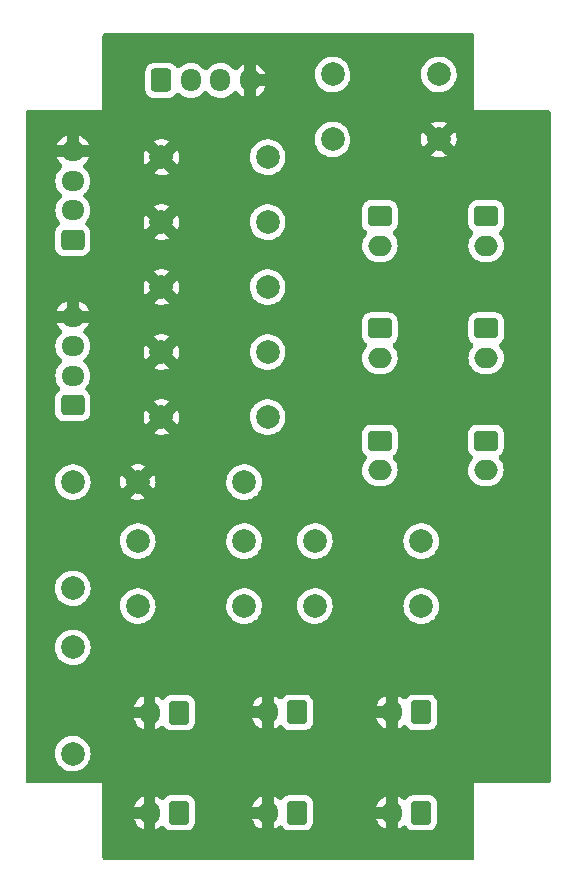
<source format=gbl>
G04 #@! TF.GenerationSoftware,KiCad,Pcbnew,(6.0.7)*
G04 #@! TF.CreationDate,2023-03-09T14:40:03+00:00*
G04 #@! TF.ProjectId,ir_sensor,69725f73-656e-4736-9f72-2e6b69636164,rev?*
G04 #@! TF.SameCoordinates,Original*
G04 #@! TF.FileFunction,Copper,L2,Bot*
G04 #@! TF.FilePolarity,Positive*
%FSLAX46Y46*%
G04 Gerber Fmt 4.6, Leading zero omitted, Abs format (unit mm)*
G04 Created by KiCad (PCBNEW (6.0.7)) date 2023-03-09 14:40:03*
%MOMM*%
%LPD*%
G01*
G04 APERTURE LIST*
G04 Aperture macros list*
%AMRoundRect*
0 Rectangle with rounded corners*
0 $1 Rounding radius*
0 $2 $3 $4 $5 $6 $7 $8 $9 X,Y pos of 4 corners*
0 Add a 4 corners polygon primitive as box body*
4,1,4,$2,$3,$4,$5,$6,$7,$8,$9,$2,$3,0*
0 Add four circle primitives for the rounded corners*
1,1,$1+$1,$2,$3*
1,1,$1+$1,$4,$5*
1,1,$1+$1,$6,$7*
1,1,$1+$1,$8,$9*
0 Add four rect primitives between the rounded corners*
20,1,$1+$1,$2,$3,$4,$5,0*
20,1,$1+$1,$4,$5,$6,$7,0*
20,1,$1+$1,$6,$7,$8,$9,0*
20,1,$1+$1,$8,$9,$2,$3,0*%
G04 Aperture macros list end*
G04 #@! TA.AperFunction,ComponentPad*
%ADD10C,2.000000*%
G04 #@! TD*
G04 #@! TA.AperFunction,ComponentPad*
%ADD11RoundRect,0.250000X-0.750000X0.600000X-0.750000X-0.600000X0.750000X-0.600000X0.750000X0.600000X0*%
G04 #@! TD*
G04 #@! TA.AperFunction,ComponentPad*
%ADD12O,2.000000X1.700000*%
G04 #@! TD*
G04 #@! TA.AperFunction,ComponentPad*
%ADD13O,1.700000X2.000000*%
G04 #@! TD*
G04 #@! TA.AperFunction,ComponentPad*
%ADD14RoundRect,0.250000X0.600000X0.750000X-0.600000X0.750000X-0.600000X-0.750000X0.600000X-0.750000X0*%
G04 #@! TD*
G04 #@! TA.AperFunction,ComponentPad*
%ADD15RoundRect,0.250000X-0.600000X-0.725000X0.600000X-0.725000X0.600000X0.725000X-0.600000X0.725000X0*%
G04 #@! TD*
G04 #@! TA.AperFunction,ComponentPad*
%ADD16O,1.700000X1.950000*%
G04 #@! TD*
G04 #@! TA.AperFunction,ComponentPad*
%ADD17RoundRect,0.250000X0.725000X-0.600000X0.725000X0.600000X-0.725000X0.600000X-0.725000X-0.600000X0*%
G04 #@! TD*
G04 #@! TA.AperFunction,ComponentPad*
%ADD18O,1.950000X1.700000*%
G04 #@! TD*
G04 APERTURE END LIST*
D10*
X101000000Y-64000000D03*
X92000000Y-64000000D03*
D11*
X112500000Y-60500000D03*
D12*
X112500000Y-63000000D03*
D13*
X93000000Y-83525000D03*
D14*
X95500000Y-83525000D03*
D15*
X94000000Y-30000000D03*
D16*
X96500000Y-30000000D03*
X99000000Y-30000000D03*
X101500000Y-30000000D03*
D10*
X92000000Y-69000000D03*
X101000000Y-69000000D03*
X103000000Y-36500000D03*
X94000000Y-36500000D03*
D17*
X86500000Y-43500000D03*
D18*
X86500000Y-41000000D03*
X86500000Y-38500000D03*
X86500000Y-36000000D03*
D17*
X86500000Y-57500000D03*
D18*
X86500000Y-55000000D03*
X86500000Y-52500000D03*
X86500000Y-50000000D03*
D13*
X103000000Y-83500000D03*
D14*
X105500000Y-83500000D03*
D13*
X93000000Y-92000000D03*
D14*
X95500000Y-92000000D03*
D13*
X103000000Y-92000000D03*
D14*
X105500000Y-92000000D03*
D13*
X113500000Y-92000000D03*
D14*
X116000000Y-92000000D03*
D13*
X113500000Y-83500000D03*
D14*
X116000000Y-83500000D03*
D11*
X112500000Y-41500000D03*
D12*
X112500000Y-44000000D03*
X121500000Y-53500000D03*
D11*
X121500000Y-51000000D03*
X121500000Y-41500000D03*
D12*
X121500000Y-44000000D03*
D11*
X121475000Y-60500000D03*
D12*
X121475000Y-63000000D03*
X112500000Y-53500000D03*
D11*
X112500000Y-51000000D03*
D10*
X86500000Y-87000000D03*
X86500000Y-78000000D03*
X86500000Y-73000000D03*
X86500000Y-64000000D03*
X92000000Y-74500000D03*
X101000000Y-74500000D03*
X107000000Y-69000000D03*
X116000000Y-69000000D03*
X116000000Y-74500000D03*
X107000000Y-74500000D03*
X108500000Y-29500000D03*
X117500000Y-29500000D03*
X108500000Y-35000000D03*
X117500000Y-35000000D03*
X103000000Y-47500000D03*
X94000000Y-47500000D03*
X103000000Y-42000000D03*
X94000000Y-42000000D03*
X103000000Y-58500000D03*
X94000000Y-58500000D03*
X103000000Y-53000000D03*
X94000000Y-53000000D03*
G04 #@! TA.AperFunction,Conductor*
G36*
X120346288Y-26019454D02*
G01*
X120427070Y-26073430D01*
X120481046Y-26154212D01*
X120500000Y-26249500D01*
X120500000Y-32500000D01*
X126750500Y-32500000D01*
X126845788Y-32518954D01*
X126926570Y-32572930D01*
X126980546Y-32653712D01*
X126999500Y-32749000D01*
X126999500Y-89251000D01*
X126980546Y-89346288D01*
X126926570Y-89427070D01*
X126845788Y-89481046D01*
X126750500Y-89500000D01*
X120500000Y-89500000D01*
X120500000Y-95750500D01*
X120481046Y-95845788D01*
X120427070Y-95926570D01*
X120346288Y-95980546D01*
X120251000Y-95999500D01*
X89249000Y-95999500D01*
X89153712Y-95980546D01*
X89072930Y-95926570D01*
X89018954Y-95845788D01*
X89000000Y-95750500D01*
X89000000Y-92508257D01*
X91699395Y-92508257D01*
X91700385Y-92515771D01*
X91723754Y-92602985D01*
X91731166Y-92623348D01*
X91821805Y-92817725D01*
X91832635Y-92836482D01*
X91955653Y-93012170D01*
X91969576Y-93028764D01*
X92121239Y-93180427D01*
X92137823Y-93194343D01*
X92313522Y-93317369D01*
X92332269Y-93328192D01*
X92477772Y-93396042D01*
X92496490Y-93400622D01*
X92500000Y-93386277D01*
X92500000Y-93381879D01*
X93500000Y-93381879D01*
X93503760Y-93400779D01*
X93518246Y-93397898D01*
X93667729Y-93328193D01*
X93686482Y-93317365D01*
X93862170Y-93194347D01*
X93878764Y-93180424D01*
X93906593Y-93152595D01*
X93987375Y-93098619D01*
X94082663Y-93079665D01*
X94177951Y-93098619D01*
X94258733Y-93152595D01*
X94294399Y-93197636D01*
X94300219Y-93207042D01*
X94300227Y-93207052D01*
X94307834Y-93219345D01*
X94431689Y-93342984D01*
X94444003Y-93350574D01*
X94444005Y-93350576D01*
X94567413Y-93426645D01*
X94580666Y-93434814D01*
X94662069Y-93461815D01*
X94733864Y-93485629D01*
X94733868Y-93485630D01*
X94746772Y-93489910D01*
X94760300Y-93491296D01*
X94843815Y-93499853D01*
X94843823Y-93499853D01*
X94850134Y-93500500D01*
X96149866Y-93500500D01*
X96156262Y-93499836D01*
X96156269Y-93499836D01*
X96240971Y-93491047D01*
X96240973Y-93491047D01*
X96254519Y-93489641D01*
X96267432Y-93485333D01*
X96267436Y-93485332D01*
X96406810Y-93438833D01*
X96420529Y-93434256D01*
X96432826Y-93426646D01*
X96432829Y-93426645D01*
X96516581Y-93374817D01*
X96569345Y-93342166D01*
X96692984Y-93218311D01*
X96705729Y-93197636D01*
X96777220Y-93081654D01*
X96777220Y-93081653D01*
X96784814Y-93069334D01*
X96839910Y-92903228D01*
X96843540Y-92867800D01*
X96849853Y-92806185D01*
X96849853Y-92806177D01*
X96850500Y-92799866D01*
X96850500Y-92508257D01*
X101699395Y-92508257D01*
X101700385Y-92515771D01*
X101723754Y-92602985D01*
X101731166Y-92623348D01*
X101821805Y-92817725D01*
X101832635Y-92836482D01*
X101955653Y-93012170D01*
X101969576Y-93028764D01*
X102121239Y-93180427D01*
X102137823Y-93194343D01*
X102313522Y-93317369D01*
X102332269Y-93328192D01*
X102477772Y-93396042D01*
X102496490Y-93400622D01*
X102500000Y-93386277D01*
X102500000Y-93381879D01*
X103500000Y-93381879D01*
X103503760Y-93400779D01*
X103518246Y-93397898D01*
X103667729Y-93328193D01*
X103686482Y-93317365D01*
X103862170Y-93194347D01*
X103878764Y-93180424D01*
X103906593Y-93152595D01*
X103987375Y-93098619D01*
X104082663Y-93079665D01*
X104177951Y-93098619D01*
X104258733Y-93152595D01*
X104294399Y-93197636D01*
X104300219Y-93207042D01*
X104300227Y-93207052D01*
X104307834Y-93219345D01*
X104431689Y-93342984D01*
X104444003Y-93350574D01*
X104444005Y-93350576D01*
X104567413Y-93426645D01*
X104580666Y-93434814D01*
X104662069Y-93461815D01*
X104733864Y-93485629D01*
X104733868Y-93485630D01*
X104746772Y-93489910D01*
X104760300Y-93491296D01*
X104843815Y-93499853D01*
X104843823Y-93499853D01*
X104850134Y-93500500D01*
X106149866Y-93500500D01*
X106156262Y-93499836D01*
X106156269Y-93499836D01*
X106240971Y-93491047D01*
X106240973Y-93491047D01*
X106254519Y-93489641D01*
X106267432Y-93485333D01*
X106267436Y-93485332D01*
X106406810Y-93438833D01*
X106420529Y-93434256D01*
X106432826Y-93426646D01*
X106432829Y-93426645D01*
X106516581Y-93374817D01*
X106569345Y-93342166D01*
X106692984Y-93218311D01*
X106705729Y-93197636D01*
X106777220Y-93081654D01*
X106777220Y-93081653D01*
X106784814Y-93069334D01*
X106839910Y-92903228D01*
X106843540Y-92867800D01*
X106849853Y-92806185D01*
X106849853Y-92806177D01*
X106850500Y-92799866D01*
X106850500Y-92508257D01*
X112199395Y-92508257D01*
X112200385Y-92515771D01*
X112223754Y-92602985D01*
X112231166Y-92623348D01*
X112321805Y-92817725D01*
X112332635Y-92836482D01*
X112455653Y-93012170D01*
X112469576Y-93028764D01*
X112621239Y-93180427D01*
X112637823Y-93194343D01*
X112813522Y-93317369D01*
X112832269Y-93328192D01*
X112977772Y-93396042D01*
X112996490Y-93400622D01*
X113000000Y-93386277D01*
X113000000Y-93381879D01*
X114000000Y-93381879D01*
X114003760Y-93400779D01*
X114018246Y-93397898D01*
X114167729Y-93328193D01*
X114186482Y-93317365D01*
X114362170Y-93194347D01*
X114378764Y-93180424D01*
X114406593Y-93152595D01*
X114487375Y-93098619D01*
X114582663Y-93079665D01*
X114677951Y-93098619D01*
X114758733Y-93152595D01*
X114794399Y-93197636D01*
X114800219Y-93207042D01*
X114800227Y-93207052D01*
X114807834Y-93219345D01*
X114931689Y-93342984D01*
X114944003Y-93350574D01*
X114944005Y-93350576D01*
X115067413Y-93426645D01*
X115080666Y-93434814D01*
X115162069Y-93461815D01*
X115233864Y-93485629D01*
X115233868Y-93485630D01*
X115246772Y-93489910D01*
X115260300Y-93491296D01*
X115343815Y-93499853D01*
X115343823Y-93499853D01*
X115350134Y-93500500D01*
X116649866Y-93500500D01*
X116656262Y-93499836D01*
X116656269Y-93499836D01*
X116740971Y-93491047D01*
X116740973Y-93491047D01*
X116754519Y-93489641D01*
X116767432Y-93485333D01*
X116767436Y-93485332D01*
X116906810Y-93438833D01*
X116920529Y-93434256D01*
X116932826Y-93426646D01*
X116932829Y-93426645D01*
X117016581Y-93374817D01*
X117069345Y-93342166D01*
X117192984Y-93218311D01*
X117205729Y-93197636D01*
X117277220Y-93081654D01*
X117277220Y-93081653D01*
X117284814Y-93069334D01*
X117339910Y-92903228D01*
X117343540Y-92867800D01*
X117349853Y-92806185D01*
X117349853Y-92806177D01*
X117350500Y-92799866D01*
X117350500Y-91200134D01*
X117348440Y-91180275D01*
X117341047Y-91109029D01*
X117341047Y-91109027D01*
X117339641Y-91095481D01*
X117284256Y-90929471D01*
X117276594Y-90917088D01*
X117199776Y-90792953D01*
X117192166Y-90780655D01*
X117068311Y-90657016D01*
X117055997Y-90649426D01*
X117055995Y-90649424D01*
X116931654Y-90572780D01*
X116931653Y-90572780D01*
X116919334Y-90565186D01*
X116837931Y-90538185D01*
X116766136Y-90514371D01*
X116766132Y-90514370D01*
X116753228Y-90510090D01*
X116736366Y-90508362D01*
X116656185Y-90500147D01*
X116656177Y-90500147D01*
X116649866Y-90499500D01*
X115350134Y-90499500D01*
X115343738Y-90500164D01*
X115343731Y-90500164D01*
X115259029Y-90508953D01*
X115259027Y-90508953D01*
X115245481Y-90510359D01*
X115232568Y-90514667D01*
X115232564Y-90514668D01*
X115094800Y-90560630D01*
X115079471Y-90565744D01*
X115067174Y-90573354D01*
X115067171Y-90573355D01*
X114983419Y-90625183D01*
X114930655Y-90657834D01*
X114807016Y-90781689D01*
X114794549Y-90801914D01*
X114728416Y-90873083D01*
X114640080Y-90913527D01*
X114542990Y-90917088D01*
X114451928Y-90883223D01*
X114406514Y-90847326D01*
X114378761Y-90819573D01*
X114362177Y-90805657D01*
X114186478Y-90682631D01*
X114167731Y-90671808D01*
X114022228Y-90603958D01*
X114003510Y-90599378D01*
X114000000Y-90613723D01*
X114000000Y-93381879D01*
X113000000Y-93381879D01*
X113000000Y-92524527D01*
X112995931Y-92504069D01*
X112975473Y-92500000D01*
X112220686Y-92500000D01*
X112200228Y-92504069D01*
X112199395Y-92508257D01*
X106850500Y-92508257D01*
X106850500Y-91497123D01*
X112201143Y-91497123D01*
X112204970Y-91499011D01*
X112212484Y-91500000D01*
X112975473Y-91500000D01*
X112995931Y-91495931D01*
X113000000Y-91475473D01*
X113000000Y-90618121D01*
X112996240Y-90599221D01*
X112981754Y-90602102D01*
X112832271Y-90671807D01*
X112813518Y-90682635D01*
X112637830Y-90805653D01*
X112621236Y-90819576D01*
X112469576Y-90971236D01*
X112455653Y-90987830D01*
X112332635Y-91163518D01*
X112321805Y-91182275D01*
X112231166Y-91376652D01*
X112223754Y-91397015D01*
X112202507Y-91476309D01*
X112201143Y-91497123D01*
X106850500Y-91497123D01*
X106850500Y-91200134D01*
X106848440Y-91180275D01*
X106841047Y-91109029D01*
X106841047Y-91109027D01*
X106839641Y-91095481D01*
X106784256Y-90929471D01*
X106776594Y-90917088D01*
X106699776Y-90792953D01*
X106692166Y-90780655D01*
X106568311Y-90657016D01*
X106555997Y-90649426D01*
X106555995Y-90649424D01*
X106431654Y-90572780D01*
X106431653Y-90572780D01*
X106419334Y-90565186D01*
X106337931Y-90538185D01*
X106266136Y-90514371D01*
X106266132Y-90514370D01*
X106253228Y-90510090D01*
X106236366Y-90508362D01*
X106156185Y-90500147D01*
X106156177Y-90500147D01*
X106149866Y-90499500D01*
X104850134Y-90499500D01*
X104843738Y-90500164D01*
X104843731Y-90500164D01*
X104759029Y-90508953D01*
X104759027Y-90508953D01*
X104745481Y-90510359D01*
X104732568Y-90514667D01*
X104732564Y-90514668D01*
X104594800Y-90560630D01*
X104579471Y-90565744D01*
X104567174Y-90573354D01*
X104567171Y-90573355D01*
X104483419Y-90625183D01*
X104430655Y-90657834D01*
X104307016Y-90781689D01*
X104294549Y-90801914D01*
X104228416Y-90873083D01*
X104140080Y-90913527D01*
X104042990Y-90917088D01*
X103951928Y-90883223D01*
X103906514Y-90847326D01*
X103878761Y-90819573D01*
X103862177Y-90805657D01*
X103686478Y-90682631D01*
X103667731Y-90671808D01*
X103522228Y-90603958D01*
X103503510Y-90599378D01*
X103500000Y-90613723D01*
X103500000Y-93381879D01*
X102500000Y-93381879D01*
X102500000Y-92524527D01*
X102495931Y-92504069D01*
X102475473Y-92500000D01*
X101720686Y-92500000D01*
X101700228Y-92504069D01*
X101699395Y-92508257D01*
X96850500Y-92508257D01*
X96850500Y-91497123D01*
X101701143Y-91497123D01*
X101704970Y-91499011D01*
X101712484Y-91500000D01*
X102475473Y-91500000D01*
X102495931Y-91495931D01*
X102500000Y-91475473D01*
X102500000Y-90618121D01*
X102496240Y-90599221D01*
X102481754Y-90602102D01*
X102332271Y-90671807D01*
X102313518Y-90682635D01*
X102137830Y-90805653D01*
X102121236Y-90819576D01*
X101969576Y-90971236D01*
X101955653Y-90987830D01*
X101832635Y-91163518D01*
X101821805Y-91182275D01*
X101731166Y-91376652D01*
X101723754Y-91397015D01*
X101702507Y-91476309D01*
X101701143Y-91497123D01*
X96850500Y-91497123D01*
X96850500Y-91200134D01*
X96848440Y-91180275D01*
X96841047Y-91109029D01*
X96841047Y-91109027D01*
X96839641Y-91095481D01*
X96784256Y-90929471D01*
X96776594Y-90917088D01*
X96699776Y-90792953D01*
X96692166Y-90780655D01*
X96568311Y-90657016D01*
X96555997Y-90649426D01*
X96555995Y-90649424D01*
X96431654Y-90572780D01*
X96431653Y-90572780D01*
X96419334Y-90565186D01*
X96337931Y-90538185D01*
X96266136Y-90514371D01*
X96266132Y-90514370D01*
X96253228Y-90510090D01*
X96236366Y-90508362D01*
X96156185Y-90500147D01*
X96156177Y-90500147D01*
X96149866Y-90499500D01*
X94850134Y-90499500D01*
X94843738Y-90500164D01*
X94843731Y-90500164D01*
X94759029Y-90508953D01*
X94759027Y-90508953D01*
X94745481Y-90510359D01*
X94732568Y-90514667D01*
X94732564Y-90514668D01*
X94594800Y-90560630D01*
X94579471Y-90565744D01*
X94567174Y-90573354D01*
X94567171Y-90573355D01*
X94483419Y-90625183D01*
X94430655Y-90657834D01*
X94307016Y-90781689D01*
X94294549Y-90801914D01*
X94228416Y-90873083D01*
X94140080Y-90913527D01*
X94042990Y-90917088D01*
X93951928Y-90883223D01*
X93906514Y-90847326D01*
X93878761Y-90819573D01*
X93862177Y-90805657D01*
X93686478Y-90682631D01*
X93667731Y-90671808D01*
X93522228Y-90603958D01*
X93503510Y-90599378D01*
X93500000Y-90613723D01*
X93500000Y-93381879D01*
X92500000Y-93381879D01*
X92500000Y-92524527D01*
X92495931Y-92504069D01*
X92475473Y-92500000D01*
X91720686Y-92500000D01*
X91700228Y-92504069D01*
X91699395Y-92508257D01*
X89000000Y-92508257D01*
X89000000Y-91497123D01*
X91701143Y-91497123D01*
X91704970Y-91499011D01*
X91712484Y-91500000D01*
X92475473Y-91500000D01*
X92495931Y-91495931D01*
X92500000Y-91475473D01*
X92500000Y-90618121D01*
X92496240Y-90599221D01*
X92481754Y-90602102D01*
X92332271Y-90671807D01*
X92313518Y-90682635D01*
X92137830Y-90805653D01*
X92121236Y-90819576D01*
X91969576Y-90971236D01*
X91955653Y-90987830D01*
X91832635Y-91163518D01*
X91821805Y-91182275D01*
X91731166Y-91376652D01*
X91723754Y-91397015D01*
X91702507Y-91476309D01*
X91701143Y-91497123D01*
X89000000Y-91497123D01*
X89000000Y-89500000D01*
X82749500Y-89500000D01*
X82654212Y-89481046D01*
X82573430Y-89427070D01*
X82519454Y-89346288D01*
X82500500Y-89251000D01*
X82500500Y-86963214D01*
X84994806Y-86963214D01*
X85009010Y-87209545D01*
X85063255Y-87450249D01*
X85156084Y-87678861D01*
X85285006Y-87889241D01*
X85446557Y-88075741D01*
X85636399Y-88233351D01*
X85849433Y-88357838D01*
X86079939Y-88445859D01*
X86089950Y-88447896D01*
X86089954Y-88447897D01*
X86311713Y-88493015D01*
X86311715Y-88493015D01*
X86321726Y-88495052D01*
X86424353Y-88498815D01*
X86558087Y-88503719D01*
X86558093Y-88503719D01*
X86568300Y-88504093D01*
X86578431Y-88502795D01*
X86578436Y-88502795D01*
X86713670Y-88485471D01*
X86813041Y-88472741D01*
X87049374Y-88401838D01*
X87270954Y-88293287D01*
X87364132Y-88226824D01*
X87463512Y-88155937D01*
X87463516Y-88155934D01*
X87471829Y-88150004D01*
X87646605Y-87975837D01*
X87790588Y-87775463D01*
X87899911Y-87554264D01*
X87931514Y-87450249D01*
X87968669Y-87327956D01*
X87968669Y-87327954D01*
X87971639Y-87318180D01*
X88003845Y-87073550D01*
X88005643Y-87000000D01*
X87985425Y-86754089D01*
X87925316Y-86514783D01*
X87826928Y-86288507D01*
X87692905Y-86081339D01*
X87526846Y-85898842D01*
X87333210Y-85745918D01*
X87288463Y-85721216D01*
X87126143Y-85631611D01*
X87126144Y-85631611D01*
X87117198Y-85626673D01*
X87107572Y-85623264D01*
X87107567Y-85623262D01*
X86894240Y-85547719D01*
X86894238Y-85547718D01*
X86884610Y-85544309D01*
X86641694Y-85501039D01*
X86631474Y-85500914D01*
X86631472Y-85500914D01*
X86491179Y-85499200D01*
X86394972Y-85498025D01*
X86205826Y-85526968D01*
X86161166Y-85533802D01*
X86161165Y-85533802D01*
X86151070Y-85535347D01*
X86141359Y-85538521D01*
X85926250Y-85608829D01*
X85926247Y-85608830D01*
X85916540Y-85612003D01*
X85697679Y-85725935D01*
X85500364Y-85874083D01*
X85493312Y-85881463D01*
X85493307Y-85881467D01*
X85469480Y-85906401D01*
X85329896Y-86052468D01*
X85190851Y-86256300D01*
X85086965Y-86480104D01*
X85084238Y-86489939D01*
X85084236Y-86489943D01*
X85074600Y-86524690D01*
X85021026Y-86717871D01*
X84994806Y-86963214D01*
X82500500Y-86963214D01*
X82500500Y-84033257D01*
X91699395Y-84033257D01*
X91700385Y-84040771D01*
X91723754Y-84127985D01*
X91731166Y-84148348D01*
X91821805Y-84342725D01*
X91832635Y-84361482D01*
X91955653Y-84537170D01*
X91969576Y-84553764D01*
X92121239Y-84705427D01*
X92137823Y-84719343D01*
X92313522Y-84842369D01*
X92332269Y-84853192D01*
X92477772Y-84921042D01*
X92496490Y-84925622D01*
X92500000Y-84911277D01*
X92500000Y-84906879D01*
X93500000Y-84906879D01*
X93503760Y-84925779D01*
X93518246Y-84922898D01*
X93667729Y-84853193D01*
X93686482Y-84842365D01*
X93862173Y-84719345D01*
X93878764Y-84705424D01*
X93906593Y-84677595D01*
X93987375Y-84623619D01*
X94082663Y-84604665D01*
X94177951Y-84623619D01*
X94258733Y-84677595D01*
X94294399Y-84722636D01*
X94300219Y-84732042D01*
X94300227Y-84732052D01*
X94307834Y-84744345D01*
X94318070Y-84754563D01*
X94414251Y-84850576D01*
X94431689Y-84867984D01*
X94444003Y-84875574D01*
X94444005Y-84875576D01*
X94527788Y-84927220D01*
X94580666Y-84959814D01*
X94657599Y-84985332D01*
X94733864Y-85010629D01*
X94733868Y-85010630D01*
X94746772Y-85014910D01*
X94760300Y-85016296D01*
X94843815Y-85024853D01*
X94843823Y-85024853D01*
X94850134Y-85025500D01*
X96149866Y-85025500D01*
X96156262Y-85024836D01*
X96156269Y-85024836D01*
X96240971Y-85016047D01*
X96240973Y-85016047D01*
X96254519Y-85014641D01*
X96267432Y-85010333D01*
X96267436Y-85010332D01*
X96406810Y-84963833D01*
X96420529Y-84959256D01*
X96432826Y-84951646D01*
X96432829Y-84951645D01*
X96545569Y-84881879D01*
X96569345Y-84867166D01*
X96692984Y-84743311D01*
X96701459Y-84729563D01*
X96777220Y-84606654D01*
X96777220Y-84606653D01*
X96784814Y-84594334D01*
X96839910Y-84428228D01*
X96842471Y-84403228D01*
X96849853Y-84331185D01*
X96849853Y-84331177D01*
X96850500Y-84324866D01*
X96850500Y-84008257D01*
X101699395Y-84008257D01*
X101700385Y-84015771D01*
X101723754Y-84102985D01*
X101731166Y-84123348D01*
X101821805Y-84317725D01*
X101832635Y-84336482D01*
X101955653Y-84512170D01*
X101969576Y-84528764D01*
X102121239Y-84680427D01*
X102137823Y-84694343D01*
X102313522Y-84817369D01*
X102332269Y-84828192D01*
X102477772Y-84896042D01*
X102496490Y-84900622D01*
X102500000Y-84886277D01*
X102500000Y-84881879D01*
X103500000Y-84881879D01*
X103503760Y-84900779D01*
X103518246Y-84897898D01*
X103667729Y-84828193D01*
X103686482Y-84817365D01*
X103862170Y-84694347D01*
X103878764Y-84680424D01*
X103906593Y-84652595D01*
X103987375Y-84598619D01*
X104082663Y-84579665D01*
X104177951Y-84598619D01*
X104258733Y-84652595D01*
X104294399Y-84697636D01*
X104300219Y-84707042D01*
X104300227Y-84707052D01*
X104307834Y-84719345D01*
X104431689Y-84842984D01*
X104444003Y-84850574D01*
X104444005Y-84850576D01*
X104565754Y-84925622D01*
X104580666Y-84934814D01*
X104654355Y-84959256D01*
X104733864Y-84985629D01*
X104733868Y-84985630D01*
X104746772Y-84989910D01*
X104760300Y-84991296D01*
X104843815Y-84999853D01*
X104843823Y-84999853D01*
X104850134Y-85000500D01*
X106149866Y-85000500D01*
X106156262Y-84999836D01*
X106156269Y-84999836D01*
X106240971Y-84991047D01*
X106240973Y-84991047D01*
X106254519Y-84989641D01*
X106267432Y-84985333D01*
X106267436Y-84985332D01*
X106406810Y-84938833D01*
X106420529Y-84934256D01*
X106432826Y-84926646D01*
X106432829Y-84926645D01*
X106516648Y-84874776D01*
X106569345Y-84842166D01*
X106656795Y-84754563D01*
X106682763Y-84728550D01*
X106682764Y-84728549D01*
X106692984Y-84718311D01*
X106705729Y-84697636D01*
X106777220Y-84581654D01*
X106777220Y-84581653D01*
X106784814Y-84569334D01*
X106811815Y-84487931D01*
X106835629Y-84416136D01*
X106835630Y-84416132D01*
X106839910Y-84403228D01*
X106846109Y-84342725D01*
X106849853Y-84306185D01*
X106849853Y-84306177D01*
X106850500Y-84299866D01*
X106850500Y-84008257D01*
X112199395Y-84008257D01*
X112200385Y-84015771D01*
X112223754Y-84102985D01*
X112231166Y-84123348D01*
X112321805Y-84317725D01*
X112332635Y-84336482D01*
X112455653Y-84512170D01*
X112469576Y-84528764D01*
X112621239Y-84680427D01*
X112637823Y-84694343D01*
X112813522Y-84817369D01*
X112832269Y-84828192D01*
X112977772Y-84896042D01*
X112996490Y-84900622D01*
X113000000Y-84886277D01*
X113000000Y-84881879D01*
X114000000Y-84881879D01*
X114003760Y-84900779D01*
X114018246Y-84897898D01*
X114167729Y-84828193D01*
X114186482Y-84817365D01*
X114362170Y-84694347D01*
X114378764Y-84680424D01*
X114406593Y-84652595D01*
X114487375Y-84598619D01*
X114582663Y-84579665D01*
X114677951Y-84598619D01*
X114758733Y-84652595D01*
X114794399Y-84697636D01*
X114800219Y-84707042D01*
X114800227Y-84707052D01*
X114807834Y-84719345D01*
X114931689Y-84842984D01*
X114944003Y-84850574D01*
X114944005Y-84850576D01*
X115065754Y-84925622D01*
X115080666Y-84934814D01*
X115154355Y-84959256D01*
X115233864Y-84985629D01*
X115233868Y-84985630D01*
X115246772Y-84989910D01*
X115260300Y-84991296D01*
X115343815Y-84999853D01*
X115343823Y-84999853D01*
X115350134Y-85000500D01*
X116649866Y-85000500D01*
X116656262Y-84999836D01*
X116656269Y-84999836D01*
X116740971Y-84991047D01*
X116740973Y-84991047D01*
X116754519Y-84989641D01*
X116767432Y-84985333D01*
X116767436Y-84985332D01*
X116906810Y-84938833D01*
X116920529Y-84934256D01*
X116932826Y-84926646D01*
X116932829Y-84926645D01*
X117016648Y-84874776D01*
X117069345Y-84842166D01*
X117156795Y-84754563D01*
X117182763Y-84728550D01*
X117182764Y-84728549D01*
X117192984Y-84718311D01*
X117205729Y-84697636D01*
X117277220Y-84581654D01*
X117277220Y-84581653D01*
X117284814Y-84569334D01*
X117311815Y-84487931D01*
X117335629Y-84416136D01*
X117335630Y-84416132D01*
X117339910Y-84403228D01*
X117346109Y-84342725D01*
X117349853Y-84306185D01*
X117349853Y-84306177D01*
X117350500Y-84299866D01*
X117350500Y-82700134D01*
X117339641Y-82595481D01*
X117306531Y-82496236D01*
X117288833Y-82443190D01*
X117284256Y-82429471D01*
X117276594Y-82417088D01*
X117199776Y-82292953D01*
X117192166Y-82280655D01*
X117086551Y-82175224D01*
X117078550Y-82167237D01*
X117078549Y-82167236D01*
X117068311Y-82157016D01*
X117055997Y-82149426D01*
X117055995Y-82149424D01*
X116931654Y-82072780D01*
X116931653Y-82072780D01*
X116919334Y-82065186D01*
X116828599Y-82035090D01*
X116766136Y-82014371D01*
X116766132Y-82014370D01*
X116753228Y-82010090D01*
X116736366Y-82008362D01*
X116656185Y-82000147D01*
X116656177Y-82000147D01*
X116649866Y-81999500D01*
X115350134Y-81999500D01*
X115343738Y-82000164D01*
X115343731Y-82000164D01*
X115259029Y-82008953D01*
X115259027Y-82008953D01*
X115245481Y-82010359D01*
X115232568Y-82014667D01*
X115232564Y-82014668D01*
X115094800Y-82060630D01*
X115079471Y-82065744D01*
X115067174Y-82073354D01*
X115067171Y-82073355D01*
X114984973Y-82124221D01*
X114930655Y-82157834D01*
X114807016Y-82281689D01*
X114794549Y-82301914D01*
X114728416Y-82373083D01*
X114640080Y-82413527D01*
X114542990Y-82417088D01*
X114451928Y-82383223D01*
X114406514Y-82347326D01*
X114378761Y-82319573D01*
X114362174Y-82305655D01*
X114186478Y-82182631D01*
X114167731Y-82171808D01*
X114022228Y-82103958D01*
X114003510Y-82099378D01*
X114000000Y-82113723D01*
X114000000Y-84881879D01*
X113000000Y-84881879D01*
X113000000Y-84024527D01*
X112995931Y-84004069D01*
X112975473Y-84000000D01*
X112220686Y-84000000D01*
X112200228Y-84004069D01*
X112199395Y-84008257D01*
X106850500Y-84008257D01*
X106850500Y-82997123D01*
X112201143Y-82997123D01*
X112204970Y-82999011D01*
X112212484Y-83000000D01*
X112975473Y-83000000D01*
X112995931Y-82995931D01*
X113000000Y-82975473D01*
X113000000Y-82118121D01*
X112996240Y-82099221D01*
X112981754Y-82102102D01*
X112832271Y-82171807D01*
X112813518Y-82182635D01*
X112637830Y-82305653D01*
X112621236Y-82319576D01*
X112469576Y-82471236D01*
X112455653Y-82487830D01*
X112332635Y-82663518D01*
X112321805Y-82682275D01*
X112231166Y-82876652D01*
X112223754Y-82897015D01*
X112202507Y-82976309D01*
X112201143Y-82997123D01*
X106850500Y-82997123D01*
X106850500Y-82700134D01*
X106839641Y-82595481D01*
X106806531Y-82496236D01*
X106788833Y-82443190D01*
X106784256Y-82429471D01*
X106776594Y-82417088D01*
X106699776Y-82292953D01*
X106692166Y-82280655D01*
X106586551Y-82175224D01*
X106578550Y-82167237D01*
X106578549Y-82167236D01*
X106568311Y-82157016D01*
X106555997Y-82149426D01*
X106555995Y-82149424D01*
X106431654Y-82072780D01*
X106431653Y-82072780D01*
X106419334Y-82065186D01*
X106328599Y-82035090D01*
X106266136Y-82014371D01*
X106266132Y-82014370D01*
X106253228Y-82010090D01*
X106236366Y-82008362D01*
X106156185Y-82000147D01*
X106156177Y-82000147D01*
X106149866Y-81999500D01*
X104850134Y-81999500D01*
X104843738Y-82000164D01*
X104843731Y-82000164D01*
X104759029Y-82008953D01*
X104759027Y-82008953D01*
X104745481Y-82010359D01*
X104732568Y-82014667D01*
X104732564Y-82014668D01*
X104594800Y-82060630D01*
X104579471Y-82065744D01*
X104567174Y-82073354D01*
X104567171Y-82073355D01*
X104484973Y-82124221D01*
X104430655Y-82157834D01*
X104307016Y-82281689D01*
X104294549Y-82301914D01*
X104228416Y-82373083D01*
X104140080Y-82413527D01*
X104042990Y-82417088D01*
X103951928Y-82383223D01*
X103906514Y-82347326D01*
X103878761Y-82319573D01*
X103862174Y-82305655D01*
X103686478Y-82182631D01*
X103667731Y-82171808D01*
X103522228Y-82103958D01*
X103503510Y-82099378D01*
X103500000Y-82113723D01*
X103500000Y-84881879D01*
X102500000Y-84881879D01*
X102500000Y-84024527D01*
X102495931Y-84004069D01*
X102475473Y-84000000D01*
X101720686Y-84000000D01*
X101700228Y-84004069D01*
X101699395Y-84008257D01*
X96850500Y-84008257D01*
X96850500Y-82997123D01*
X101701143Y-82997123D01*
X101704970Y-82999011D01*
X101712484Y-83000000D01*
X102475473Y-83000000D01*
X102495931Y-82995931D01*
X102500000Y-82975473D01*
X102500000Y-82118121D01*
X102496240Y-82099221D01*
X102481754Y-82102102D01*
X102332271Y-82171807D01*
X102313518Y-82182635D01*
X102137830Y-82305653D01*
X102121236Y-82319576D01*
X101969576Y-82471236D01*
X101955653Y-82487830D01*
X101832635Y-82663518D01*
X101821805Y-82682275D01*
X101731166Y-82876652D01*
X101723754Y-82897015D01*
X101702507Y-82976309D01*
X101701143Y-82997123D01*
X96850500Y-82997123D01*
X96850500Y-82725134D01*
X96839641Y-82620481D01*
X96831301Y-82595481D01*
X96788833Y-82468190D01*
X96784256Y-82454471D01*
X96776594Y-82442088D01*
X96705320Y-82326912D01*
X96692166Y-82305655D01*
X96568311Y-82182016D01*
X96555997Y-82174426D01*
X96555995Y-82174424D01*
X96431654Y-82097780D01*
X96431653Y-82097780D01*
X96419334Y-82090186D01*
X96330227Y-82060630D01*
X96266136Y-82039371D01*
X96266132Y-82039370D01*
X96253228Y-82035090D01*
X96236366Y-82033362D01*
X96156185Y-82025147D01*
X96156177Y-82025147D01*
X96149866Y-82024500D01*
X94850134Y-82024500D01*
X94843738Y-82025164D01*
X94843731Y-82025164D01*
X94759029Y-82033953D01*
X94759027Y-82033953D01*
X94745481Y-82035359D01*
X94732568Y-82039667D01*
X94732564Y-82039668D01*
X94633316Y-82072780D01*
X94579471Y-82090744D01*
X94567174Y-82098354D01*
X94567171Y-82098355D01*
X94484645Y-82149424D01*
X94430655Y-82182834D01*
X94405901Y-82207631D01*
X94333005Y-82280655D01*
X94307016Y-82306689D01*
X94294549Y-82326914D01*
X94228416Y-82398083D01*
X94140080Y-82438527D01*
X94042990Y-82442088D01*
X93951928Y-82408223D01*
X93906514Y-82372326D01*
X93878761Y-82344573D01*
X93862177Y-82330657D01*
X93686478Y-82207631D01*
X93667731Y-82196808D01*
X93522228Y-82128958D01*
X93503510Y-82124378D01*
X93500000Y-82138723D01*
X93500000Y-84906879D01*
X92500000Y-84906879D01*
X92500000Y-84049527D01*
X92495931Y-84029069D01*
X92475473Y-84025000D01*
X91720686Y-84025000D01*
X91700228Y-84029069D01*
X91699395Y-84033257D01*
X82500500Y-84033257D01*
X82500500Y-83022123D01*
X91701143Y-83022123D01*
X91704970Y-83024011D01*
X91712484Y-83025000D01*
X92475473Y-83025000D01*
X92495931Y-83020931D01*
X92500000Y-83000473D01*
X92500000Y-82143121D01*
X92496240Y-82124221D01*
X92481754Y-82127102D01*
X92332271Y-82196807D01*
X92313518Y-82207635D01*
X92137830Y-82330653D01*
X92121236Y-82344576D01*
X91969576Y-82496236D01*
X91955653Y-82512830D01*
X91832635Y-82688518D01*
X91821805Y-82707275D01*
X91731166Y-82901652D01*
X91723754Y-82922015D01*
X91702507Y-83001309D01*
X91701143Y-83022123D01*
X82500500Y-83022123D01*
X82500500Y-77963214D01*
X84994806Y-77963214D01*
X85009010Y-78209545D01*
X85063255Y-78450249D01*
X85156084Y-78678861D01*
X85285006Y-78889241D01*
X85446557Y-79075741D01*
X85636399Y-79233351D01*
X85849433Y-79357838D01*
X86079939Y-79445859D01*
X86089950Y-79447896D01*
X86089954Y-79447897D01*
X86311713Y-79493015D01*
X86311715Y-79493015D01*
X86321726Y-79495052D01*
X86424353Y-79498815D01*
X86558087Y-79503719D01*
X86558093Y-79503719D01*
X86568300Y-79504093D01*
X86578431Y-79502795D01*
X86578436Y-79502795D01*
X86713670Y-79485471D01*
X86813041Y-79472741D01*
X87049374Y-79401838D01*
X87270954Y-79293287D01*
X87364132Y-79226824D01*
X87463512Y-79155937D01*
X87463516Y-79155934D01*
X87471829Y-79150004D01*
X87646605Y-78975837D01*
X87790588Y-78775463D01*
X87899911Y-78554264D01*
X87931514Y-78450249D01*
X87968669Y-78327956D01*
X87968669Y-78327954D01*
X87971639Y-78318180D01*
X88003845Y-78073550D01*
X88005643Y-78000000D01*
X87985425Y-77754089D01*
X87925316Y-77514783D01*
X87826928Y-77288507D01*
X87692905Y-77081339D01*
X87526846Y-76898842D01*
X87333210Y-76745918D01*
X87288463Y-76721216D01*
X87126143Y-76631611D01*
X87126144Y-76631611D01*
X87117198Y-76626673D01*
X87107572Y-76623264D01*
X87107567Y-76623262D01*
X86894240Y-76547719D01*
X86894238Y-76547718D01*
X86884610Y-76544309D01*
X86641694Y-76501039D01*
X86631474Y-76500914D01*
X86631472Y-76500914D01*
X86491179Y-76499200D01*
X86394972Y-76498025D01*
X86205826Y-76526968D01*
X86161166Y-76533802D01*
X86161165Y-76533802D01*
X86151070Y-76535347D01*
X86141359Y-76538521D01*
X85926250Y-76608829D01*
X85926247Y-76608830D01*
X85916540Y-76612003D01*
X85697679Y-76725935D01*
X85500364Y-76874083D01*
X85493312Y-76881463D01*
X85493307Y-76881467D01*
X85469480Y-76906401D01*
X85329896Y-77052468D01*
X85190851Y-77256300D01*
X85086965Y-77480104D01*
X85084238Y-77489939D01*
X85084236Y-77489943D01*
X85074600Y-77524690D01*
X85021026Y-77717871D01*
X84994806Y-77963214D01*
X82500500Y-77963214D01*
X82500500Y-72963214D01*
X84994806Y-72963214D01*
X85009010Y-73209545D01*
X85011257Y-73219514D01*
X85011257Y-73219517D01*
X85031209Y-73308049D01*
X85063255Y-73450249D01*
X85156084Y-73678861D01*
X85285006Y-73889241D01*
X85446557Y-74075741D01*
X85636399Y-74233351D01*
X85849433Y-74357838D01*
X86079939Y-74445859D01*
X86089950Y-74447896D01*
X86089954Y-74447897D01*
X86311713Y-74493015D01*
X86311715Y-74493015D01*
X86321726Y-74495052D01*
X86424353Y-74498815D01*
X86558087Y-74503719D01*
X86558093Y-74503719D01*
X86568300Y-74504093D01*
X86578431Y-74502795D01*
X86578436Y-74502795D01*
X86713670Y-74485471D01*
X86813041Y-74472741D01*
X86844797Y-74463214D01*
X90494806Y-74463214D01*
X90509010Y-74709545D01*
X90563255Y-74950249D01*
X90656084Y-75178861D01*
X90785006Y-75389241D01*
X90946557Y-75575741D01*
X91136399Y-75733351D01*
X91349433Y-75857838D01*
X91579939Y-75945859D01*
X91589950Y-75947896D01*
X91589954Y-75947897D01*
X91811713Y-75993015D01*
X91811715Y-75993015D01*
X91821726Y-75995052D01*
X91924353Y-75998815D01*
X92058087Y-76003719D01*
X92058093Y-76003719D01*
X92068300Y-76004093D01*
X92078431Y-76002795D01*
X92078436Y-76002795D01*
X92213670Y-75985471D01*
X92313041Y-75972741D01*
X92549374Y-75901838D01*
X92770954Y-75793287D01*
X92864132Y-75726824D01*
X92963512Y-75655937D01*
X92963516Y-75655934D01*
X92971829Y-75650004D01*
X93146605Y-75475837D01*
X93290588Y-75275463D01*
X93399911Y-75054264D01*
X93431514Y-74950249D01*
X93468669Y-74827956D01*
X93468669Y-74827954D01*
X93471639Y-74818180D01*
X93503845Y-74573550D01*
X93505643Y-74500000D01*
X93503509Y-74474038D01*
X93502619Y-74463214D01*
X99494806Y-74463214D01*
X99509010Y-74709545D01*
X99563255Y-74950249D01*
X99656084Y-75178861D01*
X99785006Y-75389241D01*
X99946557Y-75575741D01*
X100136399Y-75733351D01*
X100349433Y-75857838D01*
X100579939Y-75945859D01*
X100589950Y-75947896D01*
X100589954Y-75947897D01*
X100811713Y-75993015D01*
X100811715Y-75993015D01*
X100821726Y-75995052D01*
X100924353Y-75998815D01*
X101058087Y-76003719D01*
X101058093Y-76003719D01*
X101068300Y-76004093D01*
X101078431Y-76002795D01*
X101078436Y-76002795D01*
X101213670Y-75985471D01*
X101313041Y-75972741D01*
X101549374Y-75901838D01*
X101770954Y-75793287D01*
X101864132Y-75726824D01*
X101963512Y-75655937D01*
X101963516Y-75655934D01*
X101971829Y-75650004D01*
X102146605Y-75475837D01*
X102290588Y-75275463D01*
X102399911Y-75054264D01*
X102431514Y-74950249D01*
X102468669Y-74827956D01*
X102468669Y-74827954D01*
X102471639Y-74818180D01*
X102503845Y-74573550D01*
X102505643Y-74500000D01*
X102503509Y-74474038D01*
X102502619Y-74463214D01*
X105494806Y-74463214D01*
X105509010Y-74709545D01*
X105563255Y-74950249D01*
X105656084Y-75178861D01*
X105785006Y-75389241D01*
X105946557Y-75575741D01*
X106136399Y-75733351D01*
X106349433Y-75857838D01*
X106579939Y-75945859D01*
X106589950Y-75947896D01*
X106589954Y-75947897D01*
X106811713Y-75993015D01*
X106811715Y-75993015D01*
X106821726Y-75995052D01*
X106924353Y-75998815D01*
X107058087Y-76003719D01*
X107058093Y-76003719D01*
X107068300Y-76004093D01*
X107078431Y-76002795D01*
X107078436Y-76002795D01*
X107213670Y-75985471D01*
X107313041Y-75972741D01*
X107549374Y-75901838D01*
X107770954Y-75793287D01*
X107864132Y-75726824D01*
X107963512Y-75655937D01*
X107963516Y-75655934D01*
X107971829Y-75650004D01*
X108146605Y-75475837D01*
X108290588Y-75275463D01*
X108399911Y-75054264D01*
X108431514Y-74950249D01*
X108468669Y-74827956D01*
X108468669Y-74827954D01*
X108471639Y-74818180D01*
X108503845Y-74573550D01*
X108505643Y-74500000D01*
X108503509Y-74474038D01*
X108502619Y-74463214D01*
X114494806Y-74463214D01*
X114509010Y-74709545D01*
X114563255Y-74950249D01*
X114656084Y-75178861D01*
X114785006Y-75389241D01*
X114946557Y-75575741D01*
X115136399Y-75733351D01*
X115349433Y-75857838D01*
X115579939Y-75945859D01*
X115589950Y-75947896D01*
X115589954Y-75947897D01*
X115811713Y-75993015D01*
X115811715Y-75993015D01*
X115821726Y-75995052D01*
X115924353Y-75998815D01*
X116058087Y-76003719D01*
X116058093Y-76003719D01*
X116068300Y-76004093D01*
X116078431Y-76002795D01*
X116078436Y-76002795D01*
X116213670Y-75985471D01*
X116313041Y-75972741D01*
X116549374Y-75901838D01*
X116770954Y-75793287D01*
X116864132Y-75726824D01*
X116963512Y-75655937D01*
X116963516Y-75655934D01*
X116971829Y-75650004D01*
X117146605Y-75475837D01*
X117290588Y-75275463D01*
X117399911Y-75054264D01*
X117431514Y-74950249D01*
X117468669Y-74827956D01*
X117468669Y-74827954D01*
X117471639Y-74818180D01*
X117503845Y-74573550D01*
X117505643Y-74500000D01*
X117503509Y-74474038D01*
X117486262Y-74264271D01*
X117485425Y-74254089D01*
X117425316Y-74014783D01*
X117326928Y-73788507D01*
X117192905Y-73581339D01*
X117026846Y-73398842D01*
X116833210Y-73245918D01*
X116788463Y-73221216D01*
X116626143Y-73131611D01*
X116626144Y-73131611D01*
X116617198Y-73126673D01*
X116607572Y-73123264D01*
X116607567Y-73123262D01*
X116394240Y-73047719D01*
X116394238Y-73047718D01*
X116384610Y-73044309D01*
X116141694Y-73001039D01*
X116131474Y-73000914D01*
X116131472Y-73000914D01*
X115991179Y-72999200D01*
X115894972Y-72998025D01*
X115705826Y-73026968D01*
X115661166Y-73033802D01*
X115661165Y-73033802D01*
X115651070Y-73035347D01*
X115641359Y-73038521D01*
X115426250Y-73108829D01*
X115426247Y-73108830D01*
X115416540Y-73112003D01*
X115197679Y-73225935D01*
X115000364Y-73374083D01*
X114993312Y-73381463D01*
X114993307Y-73381467D01*
X114837517Y-73544493D01*
X114829896Y-73552468D01*
X114690851Y-73756300D01*
X114586965Y-73980104D01*
X114584238Y-73989939D01*
X114584236Y-73989943D01*
X114574600Y-74024690D01*
X114521026Y-74217871D01*
X114512966Y-74293287D01*
X114496661Y-74445859D01*
X114494806Y-74463214D01*
X108502619Y-74463214D01*
X108486262Y-74264271D01*
X108485425Y-74254089D01*
X108425316Y-74014783D01*
X108326928Y-73788507D01*
X108192905Y-73581339D01*
X108026846Y-73398842D01*
X107833210Y-73245918D01*
X107788463Y-73221216D01*
X107626143Y-73131611D01*
X107626144Y-73131611D01*
X107617198Y-73126673D01*
X107607572Y-73123264D01*
X107607567Y-73123262D01*
X107394240Y-73047719D01*
X107394238Y-73047718D01*
X107384610Y-73044309D01*
X107141694Y-73001039D01*
X107131474Y-73000914D01*
X107131472Y-73000914D01*
X106991179Y-72999200D01*
X106894972Y-72998025D01*
X106705826Y-73026968D01*
X106661166Y-73033802D01*
X106661165Y-73033802D01*
X106651070Y-73035347D01*
X106641359Y-73038521D01*
X106426250Y-73108829D01*
X106426247Y-73108830D01*
X106416540Y-73112003D01*
X106197679Y-73225935D01*
X106000364Y-73374083D01*
X105993312Y-73381463D01*
X105993307Y-73381467D01*
X105837517Y-73544493D01*
X105829896Y-73552468D01*
X105690851Y-73756300D01*
X105586965Y-73980104D01*
X105584238Y-73989939D01*
X105584236Y-73989943D01*
X105574600Y-74024690D01*
X105521026Y-74217871D01*
X105512966Y-74293287D01*
X105496661Y-74445859D01*
X105494806Y-74463214D01*
X102502619Y-74463214D01*
X102486262Y-74264271D01*
X102485425Y-74254089D01*
X102425316Y-74014783D01*
X102326928Y-73788507D01*
X102192905Y-73581339D01*
X102026846Y-73398842D01*
X101833210Y-73245918D01*
X101788463Y-73221216D01*
X101626143Y-73131611D01*
X101626144Y-73131611D01*
X101617198Y-73126673D01*
X101607572Y-73123264D01*
X101607567Y-73123262D01*
X101394240Y-73047719D01*
X101394238Y-73047718D01*
X101384610Y-73044309D01*
X101141694Y-73001039D01*
X101131474Y-73000914D01*
X101131472Y-73000914D01*
X100991179Y-72999200D01*
X100894972Y-72998025D01*
X100705826Y-73026968D01*
X100661166Y-73033802D01*
X100661165Y-73033802D01*
X100651070Y-73035347D01*
X100641359Y-73038521D01*
X100426250Y-73108829D01*
X100426247Y-73108830D01*
X100416540Y-73112003D01*
X100197679Y-73225935D01*
X100000364Y-73374083D01*
X99993312Y-73381463D01*
X99993307Y-73381467D01*
X99837517Y-73544493D01*
X99829896Y-73552468D01*
X99690851Y-73756300D01*
X99586965Y-73980104D01*
X99584238Y-73989939D01*
X99584236Y-73989943D01*
X99574600Y-74024690D01*
X99521026Y-74217871D01*
X99512966Y-74293287D01*
X99496661Y-74445859D01*
X99494806Y-74463214D01*
X93502619Y-74463214D01*
X93486262Y-74264271D01*
X93485425Y-74254089D01*
X93425316Y-74014783D01*
X93326928Y-73788507D01*
X93192905Y-73581339D01*
X93026846Y-73398842D01*
X92833210Y-73245918D01*
X92788463Y-73221216D01*
X92626143Y-73131611D01*
X92626144Y-73131611D01*
X92617198Y-73126673D01*
X92607572Y-73123264D01*
X92607567Y-73123262D01*
X92394240Y-73047719D01*
X92394238Y-73047718D01*
X92384610Y-73044309D01*
X92141694Y-73001039D01*
X92131474Y-73000914D01*
X92131472Y-73000914D01*
X91991179Y-72999200D01*
X91894972Y-72998025D01*
X91705826Y-73026968D01*
X91661166Y-73033802D01*
X91661165Y-73033802D01*
X91651070Y-73035347D01*
X91641359Y-73038521D01*
X91426250Y-73108829D01*
X91426247Y-73108830D01*
X91416540Y-73112003D01*
X91197679Y-73225935D01*
X91000364Y-73374083D01*
X90993312Y-73381463D01*
X90993307Y-73381467D01*
X90837517Y-73544493D01*
X90829896Y-73552468D01*
X90690851Y-73756300D01*
X90586965Y-73980104D01*
X90584238Y-73989939D01*
X90584236Y-73989943D01*
X90574600Y-74024690D01*
X90521026Y-74217871D01*
X90512966Y-74293287D01*
X90496661Y-74445859D01*
X90494806Y-74463214D01*
X86844797Y-74463214D01*
X86902644Y-74445859D01*
X87049374Y-74401838D01*
X87270954Y-74293287D01*
X87311633Y-74264271D01*
X87463512Y-74155937D01*
X87463516Y-74155934D01*
X87471829Y-74150004D01*
X87646605Y-73975837D01*
X87790588Y-73775463D01*
X87899911Y-73554264D01*
X87931514Y-73450249D01*
X87968669Y-73327956D01*
X87968669Y-73327954D01*
X87971639Y-73318180D01*
X87981153Y-73245918D01*
X88002981Y-73080114D01*
X88002981Y-73080111D01*
X88003845Y-73073550D01*
X88004477Y-73047719D01*
X88005481Y-73006625D01*
X88005643Y-73000000D01*
X87985425Y-72754089D01*
X87925316Y-72514783D01*
X87826928Y-72288507D01*
X87692905Y-72081339D01*
X87526846Y-71898842D01*
X87333210Y-71745918D01*
X87288463Y-71721216D01*
X87126143Y-71631611D01*
X87126144Y-71631611D01*
X87117198Y-71626673D01*
X87107572Y-71623264D01*
X87107567Y-71623262D01*
X86894240Y-71547719D01*
X86894238Y-71547718D01*
X86884610Y-71544309D01*
X86641694Y-71501039D01*
X86631474Y-71500914D01*
X86631472Y-71500914D01*
X86491179Y-71499200D01*
X86394972Y-71498025D01*
X86205826Y-71526968D01*
X86161166Y-71533802D01*
X86161165Y-71533802D01*
X86151070Y-71535347D01*
X86141359Y-71538521D01*
X85926250Y-71608829D01*
X85926247Y-71608830D01*
X85916540Y-71612003D01*
X85697679Y-71725935D01*
X85500364Y-71874083D01*
X85493312Y-71881463D01*
X85493307Y-71881467D01*
X85469480Y-71906401D01*
X85329896Y-72052468D01*
X85190851Y-72256300D01*
X85086965Y-72480104D01*
X85084238Y-72489939D01*
X85084236Y-72489943D01*
X85074600Y-72524690D01*
X85021026Y-72717871D01*
X84994806Y-72963214D01*
X82500500Y-72963214D01*
X82500500Y-68963214D01*
X90494806Y-68963214D01*
X90509010Y-69209545D01*
X90563255Y-69450249D01*
X90656084Y-69678861D01*
X90785006Y-69889241D01*
X90946557Y-70075741D01*
X91136399Y-70233351D01*
X91349433Y-70357838D01*
X91579939Y-70445859D01*
X91589950Y-70447896D01*
X91589954Y-70447897D01*
X91811713Y-70493015D01*
X91811715Y-70493015D01*
X91821726Y-70495052D01*
X91924353Y-70498815D01*
X92058087Y-70503719D01*
X92058093Y-70503719D01*
X92068300Y-70504093D01*
X92078431Y-70502795D01*
X92078436Y-70502795D01*
X92213670Y-70485471D01*
X92313041Y-70472741D01*
X92549374Y-70401838D01*
X92770954Y-70293287D01*
X92864132Y-70226824D01*
X92963512Y-70155937D01*
X92963516Y-70155934D01*
X92971829Y-70150004D01*
X93146605Y-69975837D01*
X93290588Y-69775463D01*
X93399911Y-69554264D01*
X93431514Y-69450249D01*
X93468669Y-69327956D01*
X93468669Y-69327954D01*
X93471639Y-69318180D01*
X93503845Y-69073550D01*
X93505643Y-69000000D01*
X93502619Y-68963214D01*
X99494806Y-68963214D01*
X99509010Y-69209545D01*
X99563255Y-69450249D01*
X99656084Y-69678861D01*
X99785006Y-69889241D01*
X99946557Y-70075741D01*
X100136399Y-70233351D01*
X100349433Y-70357838D01*
X100579939Y-70445859D01*
X100589950Y-70447896D01*
X100589954Y-70447897D01*
X100811713Y-70493015D01*
X100811715Y-70493015D01*
X100821726Y-70495052D01*
X100924353Y-70498815D01*
X101058087Y-70503719D01*
X101058093Y-70503719D01*
X101068300Y-70504093D01*
X101078431Y-70502795D01*
X101078436Y-70502795D01*
X101213670Y-70485471D01*
X101313041Y-70472741D01*
X101549374Y-70401838D01*
X101770954Y-70293287D01*
X101864132Y-70226824D01*
X101963512Y-70155937D01*
X101963516Y-70155934D01*
X101971829Y-70150004D01*
X102146605Y-69975837D01*
X102290588Y-69775463D01*
X102399911Y-69554264D01*
X102431514Y-69450249D01*
X102468669Y-69327956D01*
X102468669Y-69327954D01*
X102471639Y-69318180D01*
X102503845Y-69073550D01*
X102505643Y-69000000D01*
X102502619Y-68963214D01*
X105494806Y-68963214D01*
X105509010Y-69209545D01*
X105563255Y-69450249D01*
X105656084Y-69678861D01*
X105785006Y-69889241D01*
X105946557Y-70075741D01*
X106136399Y-70233351D01*
X106349433Y-70357838D01*
X106579939Y-70445859D01*
X106589950Y-70447896D01*
X106589954Y-70447897D01*
X106811713Y-70493015D01*
X106811715Y-70493015D01*
X106821726Y-70495052D01*
X106924353Y-70498815D01*
X107058087Y-70503719D01*
X107058093Y-70503719D01*
X107068300Y-70504093D01*
X107078431Y-70502795D01*
X107078436Y-70502795D01*
X107213670Y-70485471D01*
X107313041Y-70472741D01*
X107549374Y-70401838D01*
X107770954Y-70293287D01*
X107864132Y-70226824D01*
X107963512Y-70155937D01*
X107963516Y-70155934D01*
X107971829Y-70150004D01*
X108146605Y-69975837D01*
X108290588Y-69775463D01*
X108399911Y-69554264D01*
X108431514Y-69450249D01*
X108468669Y-69327956D01*
X108468669Y-69327954D01*
X108471639Y-69318180D01*
X108503845Y-69073550D01*
X108505643Y-69000000D01*
X108502619Y-68963214D01*
X114494806Y-68963214D01*
X114509010Y-69209545D01*
X114563255Y-69450249D01*
X114656084Y-69678861D01*
X114785006Y-69889241D01*
X114946557Y-70075741D01*
X115136399Y-70233351D01*
X115349433Y-70357838D01*
X115579939Y-70445859D01*
X115589950Y-70447896D01*
X115589954Y-70447897D01*
X115811713Y-70493015D01*
X115811715Y-70493015D01*
X115821726Y-70495052D01*
X115924353Y-70498815D01*
X116058087Y-70503719D01*
X116058093Y-70503719D01*
X116068300Y-70504093D01*
X116078431Y-70502795D01*
X116078436Y-70502795D01*
X116213670Y-70485471D01*
X116313041Y-70472741D01*
X116549374Y-70401838D01*
X116770954Y-70293287D01*
X116864132Y-70226824D01*
X116963512Y-70155937D01*
X116963516Y-70155934D01*
X116971829Y-70150004D01*
X117146605Y-69975837D01*
X117290588Y-69775463D01*
X117399911Y-69554264D01*
X117431514Y-69450249D01*
X117468669Y-69327956D01*
X117468669Y-69327954D01*
X117471639Y-69318180D01*
X117503845Y-69073550D01*
X117505643Y-69000000D01*
X117485425Y-68754089D01*
X117425316Y-68514783D01*
X117326928Y-68288507D01*
X117192905Y-68081339D01*
X117026846Y-67898842D01*
X116833210Y-67745918D01*
X116788463Y-67721216D01*
X116626143Y-67631611D01*
X116626144Y-67631611D01*
X116617198Y-67626673D01*
X116607572Y-67623264D01*
X116607567Y-67623262D01*
X116394240Y-67547719D01*
X116394238Y-67547718D01*
X116384610Y-67544309D01*
X116141694Y-67501039D01*
X116131474Y-67500914D01*
X116131472Y-67500914D01*
X115991179Y-67499200D01*
X115894972Y-67498025D01*
X115705826Y-67526968D01*
X115661166Y-67533802D01*
X115661165Y-67533802D01*
X115651070Y-67535347D01*
X115641359Y-67538521D01*
X115426250Y-67608829D01*
X115426247Y-67608830D01*
X115416540Y-67612003D01*
X115197679Y-67725935D01*
X115000364Y-67874083D01*
X114993312Y-67881463D01*
X114993307Y-67881467D01*
X114969480Y-67906401D01*
X114829896Y-68052468D01*
X114690851Y-68256300D01*
X114586965Y-68480104D01*
X114584238Y-68489939D01*
X114584236Y-68489943D01*
X114574600Y-68524690D01*
X114521026Y-68717871D01*
X114494806Y-68963214D01*
X108502619Y-68963214D01*
X108485425Y-68754089D01*
X108425316Y-68514783D01*
X108326928Y-68288507D01*
X108192905Y-68081339D01*
X108026846Y-67898842D01*
X107833210Y-67745918D01*
X107788463Y-67721216D01*
X107626143Y-67631611D01*
X107626144Y-67631611D01*
X107617198Y-67626673D01*
X107607572Y-67623264D01*
X107607567Y-67623262D01*
X107394240Y-67547719D01*
X107394238Y-67547718D01*
X107384610Y-67544309D01*
X107141694Y-67501039D01*
X107131474Y-67500914D01*
X107131472Y-67500914D01*
X106991179Y-67499200D01*
X106894972Y-67498025D01*
X106705826Y-67526968D01*
X106661166Y-67533802D01*
X106661165Y-67533802D01*
X106651070Y-67535347D01*
X106641359Y-67538521D01*
X106426250Y-67608829D01*
X106426247Y-67608830D01*
X106416540Y-67612003D01*
X106197679Y-67725935D01*
X106000364Y-67874083D01*
X105993312Y-67881463D01*
X105993307Y-67881467D01*
X105969480Y-67906401D01*
X105829896Y-68052468D01*
X105690851Y-68256300D01*
X105586965Y-68480104D01*
X105584238Y-68489939D01*
X105584236Y-68489943D01*
X105574600Y-68524690D01*
X105521026Y-68717871D01*
X105494806Y-68963214D01*
X102502619Y-68963214D01*
X102485425Y-68754089D01*
X102425316Y-68514783D01*
X102326928Y-68288507D01*
X102192905Y-68081339D01*
X102026846Y-67898842D01*
X101833210Y-67745918D01*
X101788463Y-67721216D01*
X101626143Y-67631611D01*
X101626144Y-67631611D01*
X101617198Y-67626673D01*
X101607572Y-67623264D01*
X101607567Y-67623262D01*
X101394240Y-67547719D01*
X101394238Y-67547718D01*
X101384610Y-67544309D01*
X101141694Y-67501039D01*
X101131474Y-67500914D01*
X101131472Y-67500914D01*
X100991179Y-67499200D01*
X100894972Y-67498025D01*
X100705826Y-67526968D01*
X100661166Y-67533802D01*
X100661165Y-67533802D01*
X100651070Y-67535347D01*
X100641359Y-67538521D01*
X100426250Y-67608829D01*
X100426247Y-67608830D01*
X100416540Y-67612003D01*
X100197679Y-67725935D01*
X100000364Y-67874083D01*
X99993312Y-67881463D01*
X99993307Y-67881467D01*
X99969480Y-67906401D01*
X99829896Y-68052468D01*
X99690851Y-68256300D01*
X99586965Y-68480104D01*
X99584238Y-68489939D01*
X99584236Y-68489943D01*
X99574600Y-68524690D01*
X99521026Y-68717871D01*
X99494806Y-68963214D01*
X93502619Y-68963214D01*
X93485425Y-68754089D01*
X93425316Y-68514783D01*
X93326928Y-68288507D01*
X93192905Y-68081339D01*
X93026846Y-67898842D01*
X92833210Y-67745918D01*
X92788463Y-67721216D01*
X92626143Y-67631611D01*
X92626144Y-67631611D01*
X92617198Y-67626673D01*
X92607572Y-67623264D01*
X92607567Y-67623262D01*
X92394240Y-67547719D01*
X92394238Y-67547718D01*
X92384610Y-67544309D01*
X92141694Y-67501039D01*
X92131474Y-67500914D01*
X92131472Y-67500914D01*
X91991179Y-67499200D01*
X91894972Y-67498025D01*
X91705826Y-67526968D01*
X91661166Y-67533802D01*
X91661165Y-67533802D01*
X91651070Y-67535347D01*
X91641359Y-67538521D01*
X91426250Y-67608829D01*
X91426247Y-67608830D01*
X91416540Y-67612003D01*
X91197679Y-67725935D01*
X91000364Y-67874083D01*
X90993312Y-67881463D01*
X90993307Y-67881467D01*
X90969480Y-67906401D01*
X90829896Y-68052468D01*
X90690851Y-68256300D01*
X90586965Y-68480104D01*
X90584238Y-68489939D01*
X90584236Y-68489943D01*
X90574600Y-68524690D01*
X90521026Y-68717871D01*
X90494806Y-68963214D01*
X82500500Y-68963214D01*
X82500500Y-63963214D01*
X84994806Y-63963214D01*
X85009010Y-64209545D01*
X85011257Y-64219514D01*
X85011257Y-64219517D01*
X85060974Y-64440126D01*
X85063255Y-64450249D01*
X85156084Y-64678861D01*
X85285006Y-64889241D01*
X85446557Y-65075741D01*
X85636399Y-65233351D01*
X85849433Y-65357838D01*
X86079939Y-65445859D01*
X86089950Y-65447896D01*
X86089954Y-65447897D01*
X86311713Y-65493015D01*
X86311715Y-65493015D01*
X86321726Y-65495052D01*
X86424353Y-65498815D01*
X86558087Y-65503719D01*
X86558093Y-65503719D01*
X86568300Y-65504093D01*
X86578431Y-65502795D01*
X86578436Y-65502795D01*
X86713670Y-65485471D01*
X86813041Y-65472741D01*
X87049374Y-65401838D01*
X87144072Y-65355446D01*
X91356766Y-65355446D01*
X91374252Y-65366780D01*
X91570532Y-65441731D01*
X91590093Y-65447414D01*
X91811771Y-65492516D01*
X91831995Y-65494927D01*
X92058066Y-65503218D01*
X92078414Y-65502294D01*
X92302811Y-65473547D01*
X92322714Y-65469317D01*
X92539404Y-65404306D01*
X92558370Y-65396873D01*
X92624537Y-65364459D01*
X92641091Y-65351825D01*
X92632010Y-65339117D01*
X92017341Y-64724448D01*
X92000000Y-64712861D01*
X91982659Y-64724448D01*
X91367043Y-65340064D01*
X91356766Y-65355446D01*
X87144072Y-65355446D01*
X87270954Y-65293287D01*
X87364132Y-65226824D01*
X87463512Y-65155937D01*
X87463516Y-65155934D01*
X87471829Y-65150004D01*
X87646605Y-64975837D01*
X87790588Y-64775463D01*
X87899911Y-64554264D01*
X87931514Y-64450249D01*
X87968669Y-64327956D01*
X87968669Y-64327954D01*
X87971639Y-64318180D01*
X87984638Y-64219447D01*
X88002981Y-64080114D01*
X88002981Y-64080111D01*
X88003845Y-64073550D01*
X88004008Y-64066910D01*
X88005481Y-64006625D01*
X88005643Y-64000000D01*
X88003459Y-63973433D01*
X90495897Y-63973433D01*
X90508919Y-64199270D01*
X90511754Y-64219447D01*
X90561487Y-64440126D01*
X90567579Y-64459569D01*
X90635098Y-64625848D01*
X90645587Y-64641786D01*
X90661974Y-64630919D01*
X91275552Y-64017341D01*
X91287139Y-64000000D01*
X92712861Y-64000000D01*
X92724448Y-64017341D01*
X93336374Y-64629267D01*
X93353715Y-64640854D01*
X93353823Y-64640781D01*
X93362736Y-64628354D01*
X93394916Y-64563242D01*
X93402416Y-64544301D01*
X93468179Y-64327850D01*
X93472483Y-64307943D01*
X93502480Y-64080089D01*
X93503506Y-64066910D01*
X93504979Y-64006626D01*
X93504598Y-63993394D01*
X93502117Y-63963214D01*
X99494806Y-63963214D01*
X99509010Y-64209545D01*
X99511257Y-64219514D01*
X99511257Y-64219517D01*
X99560974Y-64440126D01*
X99563255Y-64450249D01*
X99656084Y-64678861D01*
X99785006Y-64889241D01*
X99946557Y-65075741D01*
X100136399Y-65233351D01*
X100349433Y-65357838D01*
X100579939Y-65445859D01*
X100589950Y-65447896D01*
X100589954Y-65447897D01*
X100811713Y-65493015D01*
X100811715Y-65493015D01*
X100821726Y-65495052D01*
X100924353Y-65498815D01*
X101058087Y-65503719D01*
X101058093Y-65503719D01*
X101068300Y-65504093D01*
X101078431Y-65502795D01*
X101078436Y-65502795D01*
X101213670Y-65485471D01*
X101313041Y-65472741D01*
X101549374Y-65401838D01*
X101770954Y-65293287D01*
X101864132Y-65226824D01*
X101963512Y-65155937D01*
X101963516Y-65155934D01*
X101971829Y-65150004D01*
X102146605Y-64975837D01*
X102290588Y-64775463D01*
X102399911Y-64554264D01*
X102431514Y-64450249D01*
X102468669Y-64327956D01*
X102468669Y-64327954D01*
X102471639Y-64318180D01*
X102484638Y-64219447D01*
X102502981Y-64080114D01*
X102502981Y-64080111D01*
X102503845Y-64073550D01*
X102504008Y-64066910D01*
X102505481Y-64006625D01*
X102505643Y-64000000D01*
X102485425Y-63754089D01*
X102425316Y-63514783D01*
X102326928Y-63288507D01*
X102192905Y-63081339D01*
X102118892Y-63000000D01*
X110994341Y-63000000D01*
X111014937Y-63235408D01*
X111076097Y-63463663D01*
X111080691Y-63473514D01*
X111080693Y-63473520D01*
X111104634Y-63524860D01*
X111175965Y-63677829D01*
X111311505Y-63871401D01*
X111478599Y-64038495D01*
X111672171Y-64174035D01*
X111682027Y-64178631D01*
X111876480Y-64269307D01*
X111876484Y-64269309D01*
X111886337Y-64273903D01*
X112114592Y-64335063D01*
X112125425Y-64336011D01*
X112125426Y-64336011D01*
X112176072Y-64340442D01*
X112291034Y-64350500D01*
X112708966Y-64350500D01*
X112823928Y-64340442D01*
X112874574Y-64336011D01*
X112874575Y-64336011D01*
X112885408Y-64335063D01*
X113113663Y-64273903D01*
X113123516Y-64269309D01*
X113123520Y-64269307D01*
X113317973Y-64178631D01*
X113327829Y-64174035D01*
X113521401Y-64038495D01*
X113688495Y-63871401D01*
X113694733Y-63862493D01*
X113817804Y-63686729D01*
X113817805Y-63686728D01*
X113824035Y-63677830D01*
X113828632Y-63667973D01*
X113895366Y-63524860D01*
X113923903Y-63463663D01*
X113926718Y-63453160D01*
X113973134Y-63279928D01*
X113985063Y-63235408D01*
X114005659Y-63000000D01*
X119969341Y-63000000D01*
X119989937Y-63235408D01*
X120051097Y-63463663D01*
X120055691Y-63473514D01*
X120055693Y-63473520D01*
X120079634Y-63524860D01*
X120150965Y-63677829D01*
X120286505Y-63871401D01*
X120453599Y-64038495D01*
X120647171Y-64174035D01*
X120657027Y-64178631D01*
X120851480Y-64269307D01*
X120851484Y-64269309D01*
X120861337Y-64273903D01*
X121089592Y-64335063D01*
X121100425Y-64336011D01*
X121100426Y-64336011D01*
X121151072Y-64340442D01*
X121266034Y-64350500D01*
X121683966Y-64350500D01*
X121798928Y-64340442D01*
X121849574Y-64336011D01*
X121849575Y-64336011D01*
X121860408Y-64335063D01*
X122088663Y-64273903D01*
X122098516Y-64269309D01*
X122098520Y-64269307D01*
X122292973Y-64178631D01*
X122302829Y-64174035D01*
X122496401Y-64038495D01*
X122663495Y-63871401D01*
X122669733Y-63862493D01*
X122792804Y-63686729D01*
X122792805Y-63686728D01*
X122799035Y-63677830D01*
X122803632Y-63667973D01*
X122870366Y-63524860D01*
X122898903Y-63463663D01*
X122901718Y-63453160D01*
X122948134Y-63279928D01*
X122960063Y-63235408D01*
X122980659Y-63000000D01*
X122971255Y-62892511D01*
X122961011Y-62775426D01*
X122961011Y-62775425D01*
X122960063Y-62764592D01*
X122898903Y-62536337D01*
X122883513Y-62503332D01*
X122803631Y-62332027D01*
X122799035Y-62322171D01*
X122663495Y-62128599D01*
X122628032Y-62093136D01*
X122574056Y-62012354D01*
X122555102Y-61917066D01*
X122574056Y-61821778D01*
X122628032Y-61740996D01*
X122673077Y-61705327D01*
X122682046Y-61699777D01*
X122682047Y-61699776D01*
X122694345Y-61692166D01*
X122817984Y-61568311D01*
X122909814Y-61419334D01*
X122936815Y-61337931D01*
X122960629Y-61266136D01*
X122960630Y-61266132D01*
X122964910Y-61253228D01*
X122975500Y-61149866D01*
X122975500Y-59850134D01*
X122969602Y-59793287D01*
X122966047Y-59759029D01*
X122966047Y-59759027D01*
X122964641Y-59745481D01*
X122909256Y-59579471D01*
X122817166Y-59430655D01*
X122693311Y-59307016D01*
X122680997Y-59299426D01*
X122680995Y-59299424D01*
X122556654Y-59222780D01*
X122556653Y-59222780D01*
X122544334Y-59215186D01*
X122434820Y-59178861D01*
X122391136Y-59164371D01*
X122391132Y-59164370D01*
X122378228Y-59160090D01*
X122361366Y-59158362D01*
X122281185Y-59150147D01*
X122281177Y-59150147D01*
X122274866Y-59149500D01*
X120675134Y-59149500D01*
X120668738Y-59150164D01*
X120668731Y-59150164D01*
X120584029Y-59158953D01*
X120584027Y-59158953D01*
X120570481Y-59160359D01*
X120557568Y-59164667D01*
X120557564Y-59164668D01*
X120515023Y-59178861D01*
X120404471Y-59215744D01*
X120392174Y-59223354D01*
X120392171Y-59223355D01*
X120390405Y-59224448D01*
X120255655Y-59307834D01*
X120132016Y-59431689D01*
X120124426Y-59444003D01*
X120124424Y-59444005D01*
X120104803Y-59475837D01*
X120040186Y-59580666D01*
X120035630Y-59594403D01*
X119989542Y-59733351D01*
X119985090Y-59746772D01*
X119983704Y-59760300D01*
X119975532Y-59840064D01*
X119974500Y-59850134D01*
X119974500Y-61149866D01*
X119985359Y-61254519D01*
X120040744Y-61420529D01*
X120132834Y-61569345D01*
X120256689Y-61692984D01*
X120276476Y-61705181D01*
X120347644Y-61771314D01*
X120388089Y-61859650D01*
X120391650Y-61956740D01*
X120357785Y-62047802D01*
X120321888Y-62093216D01*
X120286505Y-62128599D01*
X120280275Y-62137497D01*
X120280272Y-62137500D01*
X120157202Y-62313262D01*
X120150965Y-62322170D01*
X120146374Y-62332015D01*
X120146373Y-62332017D01*
X120110501Y-62408945D01*
X120051097Y-62536337D01*
X120048284Y-62546835D01*
X120048283Y-62546838D01*
X120029433Y-62617188D01*
X119989937Y-62764592D01*
X119988989Y-62775425D01*
X119988989Y-62775426D01*
X119978745Y-62892511D01*
X119969341Y-63000000D01*
X114005659Y-63000000D01*
X113996255Y-62892511D01*
X113986011Y-62775426D01*
X113986011Y-62775425D01*
X113985063Y-62764592D01*
X113923903Y-62536337D01*
X113908513Y-62503332D01*
X113828631Y-62332027D01*
X113824035Y-62322171D01*
X113688495Y-62128599D01*
X113653032Y-62093136D01*
X113599056Y-62012354D01*
X113580102Y-61917066D01*
X113599056Y-61821778D01*
X113653032Y-61740996D01*
X113698077Y-61705327D01*
X113707046Y-61699777D01*
X113707047Y-61699776D01*
X113719345Y-61692166D01*
X113842984Y-61568311D01*
X113934814Y-61419334D01*
X113961815Y-61337931D01*
X113985629Y-61266136D01*
X113985630Y-61266132D01*
X113989910Y-61253228D01*
X114000500Y-61149866D01*
X114000500Y-59850134D01*
X113994602Y-59793287D01*
X113991047Y-59759029D01*
X113991047Y-59759027D01*
X113989641Y-59745481D01*
X113934256Y-59579471D01*
X113842166Y-59430655D01*
X113718311Y-59307016D01*
X113705997Y-59299426D01*
X113705995Y-59299424D01*
X113581654Y-59222780D01*
X113581653Y-59222780D01*
X113569334Y-59215186D01*
X113459820Y-59178861D01*
X113416136Y-59164371D01*
X113416132Y-59164370D01*
X113403228Y-59160090D01*
X113386366Y-59158362D01*
X113306185Y-59150147D01*
X113306177Y-59150147D01*
X113299866Y-59149500D01*
X111700134Y-59149500D01*
X111693738Y-59150164D01*
X111693731Y-59150164D01*
X111609029Y-59158953D01*
X111609027Y-59158953D01*
X111595481Y-59160359D01*
X111582568Y-59164667D01*
X111582564Y-59164668D01*
X111540023Y-59178861D01*
X111429471Y-59215744D01*
X111417174Y-59223354D01*
X111417171Y-59223355D01*
X111415405Y-59224448D01*
X111280655Y-59307834D01*
X111157016Y-59431689D01*
X111149426Y-59444003D01*
X111149424Y-59444005D01*
X111129803Y-59475837D01*
X111065186Y-59580666D01*
X111060630Y-59594403D01*
X111014542Y-59733351D01*
X111010090Y-59746772D01*
X111008704Y-59760300D01*
X111000532Y-59840064D01*
X110999500Y-59850134D01*
X110999500Y-61149866D01*
X111010359Y-61254519D01*
X111065744Y-61420529D01*
X111157834Y-61569345D01*
X111281689Y-61692984D01*
X111301476Y-61705181D01*
X111372644Y-61771314D01*
X111413089Y-61859650D01*
X111416650Y-61956740D01*
X111382785Y-62047802D01*
X111346888Y-62093216D01*
X111311505Y-62128599D01*
X111305275Y-62137497D01*
X111305272Y-62137500D01*
X111182202Y-62313262D01*
X111175965Y-62322170D01*
X111171374Y-62332015D01*
X111171373Y-62332017D01*
X111135501Y-62408945D01*
X111076097Y-62536337D01*
X111073284Y-62546835D01*
X111073283Y-62546838D01*
X111054433Y-62617188D01*
X111014937Y-62764592D01*
X111013989Y-62775425D01*
X111013989Y-62775426D01*
X111003745Y-62892511D01*
X110994341Y-63000000D01*
X102118892Y-63000000D01*
X102026846Y-62898842D01*
X101833210Y-62745918D01*
X101788463Y-62721216D01*
X101626143Y-62631611D01*
X101626144Y-62631611D01*
X101617198Y-62626673D01*
X101607572Y-62623264D01*
X101607567Y-62623262D01*
X101394240Y-62547719D01*
X101394238Y-62547718D01*
X101384610Y-62544309D01*
X101141694Y-62501039D01*
X101131474Y-62500914D01*
X101131472Y-62500914D01*
X100991179Y-62499200D01*
X100894972Y-62498025D01*
X100708977Y-62526486D01*
X100661166Y-62533802D01*
X100661165Y-62533802D01*
X100651070Y-62535347D01*
X100641359Y-62538521D01*
X100426250Y-62608829D01*
X100426247Y-62608830D01*
X100416540Y-62612003D01*
X100197679Y-62725935D01*
X100000364Y-62874083D01*
X99993312Y-62881463D01*
X99993307Y-62881467D01*
X99880035Y-63000000D01*
X99829896Y-63052468D01*
X99824134Y-63060915D01*
X99705103Y-63235408D01*
X99690851Y-63256300D01*
X99586965Y-63480104D01*
X99584238Y-63489939D01*
X99584236Y-63489943D01*
X99532130Y-63677830D01*
X99521026Y-63717871D01*
X99494806Y-63963214D01*
X93502117Y-63963214D01*
X93485767Y-63764353D01*
X93482440Y-63744260D01*
X93427332Y-63524860D01*
X93420764Y-63505569D01*
X93364108Y-63375269D01*
X93352865Y-63359061D01*
X93337764Y-63369343D01*
X92724448Y-63982659D01*
X92712861Y-64000000D01*
X91287139Y-64000000D01*
X91275552Y-63982659D01*
X90663660Y-63370767D01*
X90646754Y-63359471D01*
X90637102Y-63373282D01*
X90591735Y-63471016D01*
X90584707Y-63490117D01*
X90524250Y-63708116D01*
X90520433Y-63728130D01*
X90496394Y-63953060D01*
X90495897Y-63973433D01*
X88003459Y-63973433D01*
X87985425Y-63754089D01*
X87925316Y-63514783D01*
X87826928Y-63288507D01*
X87692905Y-63081339D01*
X87526846Y-62898842D01*
X87333210Y-62745918D01*
X87288463Y-62721216D01*
X87154852Y-62647459D01*
X91358323Y-62647459D01*
X91358736Y-62648874D01*
X91366306Y-62659199D01*
X91982659Y-63275552D01*
X92000000Y-63287139D01*
X92017341Y-63275552D01*
X92631074Y-62661819D01*
X92642661Y-62644478D01*
X92640971Y-62641949D01*
X92633073Y-62636008D01*
X92625937Y-62632069D01*
X92607360Y-62623720D01*
X92394118Y-62548206D01*
X92374418Y-62543001D01*
X92151711Y-62503332D01*
X92131423Y-62501414D01*
X91905233Y-62498650D01*
X91884901Y-62500071D01*
X91661283Y-62534290D01*
X91641476Y-62539009D01*
X91426458Y-62609288D01*
X91407663Y-62617188D01*
X91374588Y-62634405D01*
X91358323Y-62647459D01*
X87154852Y-62647459D01*
X87126143Y-62631611D01*
X87126144Y-62631611D01*
X87117198Y-62626673D01*
X87107572Y-62623264D01*
X87107567Y-62623262D01*
X86894240Y-62547719D01*
X86894238Y-62547718D01*
X86884610Y-62544309D01*
X86641694Y-62501039D01*
X86631474Y-62500914D01*
X86631472Y-62500914D01*
X86491179Y-62499200D01*
X86394972Y-62498025D01*
X86208977Y-62526486D01*
X86161166Y-62533802D01*
X86161165Y-62533802D01*
X86151070Y-62535347D01*
X86141359Y-62538521D01*
X85926250Y-62608829D01*
X85926247Y-62608830D01*
X85916540Y-62612003D01*
X85697679Y-62725935D01*
X85500364Y-62874083D01*
X85493312Y-62881463D01*
X85493307Y-62881467D01*
X85380035Y-63000000D01*
X85329896Y-63052468D01*
X85324134Y-63060915D01*
X85205103Y-63235408D01*
X85190851Y-63256300D01*
X85086965Y-63480104D01*
X85084238Y-63489939D01*
X85084236Y-63489943D01*
X85032130Y-63677830D01*
X85021026Y-63717871D01*
X84994806Y-63963214D01*
X82500500Y-63963214D01*
X82500500Y-59855446D01*
X93356766Y-59855446D01*
X93374252Y-59866780D01*
X93570532Y-59941731D01*
X93590093Y-59947414D01*
X93811771Y-59992516D01*
X93831995Y-59994927D01*
X94058066Y-60003218D01*
X94078414Y-60002294D01*
X94302811Y-59973547D01*
X94322714Y-59969317D01*
X94539404Y-59904306D01*
X94558370Y-59896873D01*
X94624537Y-59864459D01*
X94641091Y-59851825D01*
X94632010Y-59839117D01*
X94017341Y-59224448D01*
X94000000Y-59212861D01*
X93982659Y-59224448D01*
X93367043Y-59840064D01*
X93356766Y-59855446D01*
X82500500Y-59855446D01*
X82500500Y-55000000D01*
X85019341Y-55000000D01*
X85039937Y-55235408D01*
X85101097Y-55463663D01*
X85200965Y-55677829D01*
X85336505Y-55871401D01*
X85371968Y-55906864D01*
X85425944Y-55987646D01*
X85444898Y-56082934D01*
X85425944Y-56178222D01*
X85371968Y-56259004D01*
X85326923Y-56294673D01*
X85319241Y-56299427D01*
X85305655Y-56307834D01*
X85182016Y-56431689D01*
X85090186Y-56580666D01*
X85085630Y-56594403D01*
X85039803Y-56732564D01*
X85035090Y-56746772D01*
X85024500Y-56850134D01*
X85024500Y-58149866D01*
X85035359Y-58254519D01*
X85090744Y-58420529D01*
X85098354Y-58432826D01*
X85098355Y-58432829D01*
X85123482Y-58473433D01*
X85182834Y-58569345D01*
X85306689Y-58692984D01*
X85319003Y-58700574D01*
X85319005Y-58700576D01*
X85442413Y-58776645D01*
X85455666Y-58784814D01*
X85525716Y-58808049D01*
X85608864Y-58835629D01*
X85608868Y-58835630D01*
X85621772Y-58839910D01*
X85635300Y-58841296D01*
X85718815Y-58849853D01*
X85718823Y-58849853D01*
X85725134Y-58850500D01*
X87274866Y-58850500D01*
X87281262Y-58849836D01*
X87281269Y-58849836D01*
X87365971Y-58841047D01*
X87365973Y-58841047D01*
X87379519Y-58839641D01*
X87392432Y-58835333D01*
X87392436Y-58835332D01*
X87531810Y-58788833D01*
X87545529Y-58784256D01*
X87557826Y-58776646D01*
X87557829Y-58776645D01*
X87666261Y-58709545D01*
X87694345Y-58692166D01*
X87817984Y-58568311D01*
X87856008Y-58506625D01*
X87876467Y-58473433D01*
X92495897Y-58473433D01*
X92508919Y-58699270D01*
X92511754Y-58719447D01*
X92561487Y-58940126D01*
X92567579Y-58959569D01*
X92635098Y-59125848D01*
X92645587Y-59141786D01*
X92661974Y-59130919D01*
X93275552Y-58517341D01*
X93287139Y-58500000D01*
X94712861Y-58500000D01*
X94724448Y-58517341D01*
X95336374Y-59129267D01*
X95353715Y-59140854D01*
X95353823Y-59140781D01*
X95362736Y-59128354D01*
X95394916Y-59063242D01*
X95402416Y-59044301D01*
X95468179Y-58827850D01*
X95472483Y-58807943D01*
X95502480Y-58580089D01*
X95503506Y-58566910D01*
X95504979Y-58506626D01*
X95504598Y-58493394D01*
X95502117Y-58463214D01*
X101494806Y-58463214D01*
X101509010Y-58709545D01*
X101511257Y-58719514D01*
X101511257Y-58719517D01*
X101560974Y-58940126D01*
X101563255Y-58950249D01*
X101656084Y-59178861D01*
X101785006Y-59389241D01*
X101946557Y-59575741D01*
X102136399Y-59733351D01*
X102285497Y-59820477D01*
X102325436Y-59843815D01*
X102349433Y-59857838D01*
X102579939Y-59945859D01*
X102589950Y-59947896D01*
X102589954Y-59947897D01*
X102811713Y-59993015D01*
X102811715Y-59993015D01*
X102821726Y-59995052D01*
X102924353Y-59998815D01*
X103058087Y-60003719D01*
X103058093Y-60003719D01*
X103068300Y-60004093D01*
X103078431Y-60002795D01*
X103078436Y-60002795D01*
X103213670Y-59985471D01*
X103313041Y-59972741D01*
X103549374Y-59901838D01*
X103770954Y-59793287D01*
X103836166Y-59746772D01*
X103963512Y-59655937D01*
X103963516Y-59655934D01*
X103971829Y-59650004D01*
X104146605Y-59475837D01*
X104290588Y-59275463D01*
X104399911Y-59054264D01*
X104431514Y-58950249D01*
X104468669Y-58827956D01*
X104468669Y-58827954D01*
X104471639Y-58818180D01*
X104477032Y-58777220D01*
X104502981Y-58580114D01*
X104502981Y-58580111D01*
X104503845Y-58573550D01*
X104504008Y-58566910D01*
X104505481Y-58506625D01*
X104505643Y-58500000D01*
X104497882Y-58405597D01*
X104486262Y-58264271D01*
X104485425Y-58254089D01*
X104425316Y-58014783D01*
X104326928Y-57788507D01*
X104192905Y-57581339D01*
X104026846Y-57398842D01*
X103833210Y-57245918D01*
X103788463Y-57221216D01*
X103626143Y-57131611D01*
X103626144Y-57131611D01*
X103617198Y-57126673D01*
X103607572Y-57123264D01*
X103607567Y-57123262D01*
X103394240Y-57047719D01*
X103394238Y-57047718D01*
X103384610Y-57044309D01*
X103141694Y-57001039D01*
X103131474Y-57000914D01*
X103131472Y-57000914D01*
X102991179Y-56999200D01*
X102894972Y-56998025D01*
X102705826Y-57026968D01*
X102661166Y-57033802D01*
X102661165Y-57033802D01*
X102651070Y-57035347D01*
X102641359Y-57038521D01*
X102426250Y-57108829D01*
X102426247Y-57108830D01*
X102416540Y-57112003D01*
X102197679Y-57225935D01*
X102000364Y-57374083D01*
X101993312Y-57381463D01*
X101993307Y-57381467D01*
X101969480Y-57406401D01*
X101829896Y-57552468D01*
X101690851Y-57756300D01*
X101586965Y-57980104D01*
X101584238Y-57989939D01*
X101584236Y-57989943D01*
X101523757Y-58208022D01*
X101521026Y-58217871D01*
X101515868Y-58266136D01*
X101498179Y-58431654D01*
X101494806Y-58463214D01*
X95502117Y-58463214D01*
X95485767Y-58264353D01*
X95482440Y-58244260D01*
X95427332Y-58024860D01*
X95420764Y-58005569D01*
X95364108Y-57875269D01*
X95352865Y-57859061D01*
X95337764Y-57869343D01*
X94724448Y-58482659D01*
X94712861Y-58500000D01*
X93287139Y-58500000D01*
X93275552Y-58482659D01*
X92663660Y-57870767D01*
X92646754Y-57859471D01*
X92637102Y-57873282D01*
X92591735Y-57971016D01*
X92584707Y-57990117D01*
X92524250Y-58208116D01*
X92520433Y-58228130D01*
X92496394Y-58453060D01*
X92495897Y-58473433D01*
X87876467Y-58473433D01*
X87902220Y-58431654D01*
X87902220Y-58431653D01*
X87909814Y-58419334D01*
X87936815Y-58337931D01*
X87960629Y-58266136D01*
X87960630Y-58266132D01*
X87964910Y-58253228D01*
X87975500Y-58149866D01*
X87975500Y-57147459D01*
X93358323Y-57147459D01*
X93358736Y-57148874D01*
X93366306Y-57159199D01*
X93982659Y-57775552D01*
X94000000Y-57787139D01*
X94017341Y-57775552D01*
X94631074Y-57161819D01*
X94642661Y-57144478D01*
X94640971Y-57141949D01*
X94633073Y-57136008D01*
X94625937Y-57132069D01*
X94607360Y-57123720D01*
X94394118Y-57048206D01*
X94374418Y-57043001D01*
X94151711Y-57003332D01*
X94131423Y-57001414D01*
X93905233Y-56998650D01*
X93884901Y-57000071D01*
X93661283Y-57034290D01*
X93641476Y-57039009D01*
X93426458Y-57109288D01*
X93407663Y-57117188D01*
X93374588Y-57134405D01*
X93358323Y-57147459D01*
X87975500Y-57147459D01*
X87975500Y-56850134D01*
X87964641Y-56745481D01*
X87909256Y-56579471D01*
X87817166Y-56430655D01*
X87693311Y-56307016D01*
X87673524Y-56294819D01*
X87602356Y-56228686D01*
X87561911Y-56140350D01*
X87558350Y-56043260D01*
X87592215Y-55952198D01*
X87628112Y-55906784D01*
X87663495Y-55871401D01*
X87669733Y-55862493D01*
X87792804Y-55686729D01*
X87792805Y-55686728D01*
X87799035Y-55677830D01*
X87803632Y-55667973D01*
X87839499Y-55591055D01*
X87898903Y-55463663D01*
X87901718Y-55453160D01*
X87957249Y-55245909D01*
X87960063Y-55235408D01*
X87980659Y-55000000D01*
X87967538Y-54850025D01*
X87961011Y-54775426D01*
X87961011Y-54775425D01*
X87960063Y-54764592D01*
X87898903Y-54536337D01*
X87883868Y-54504093D01*
X87814552Y-54355446D01*
X93356766Y-54355446D01*
X93374252Y-54366780D01*
X93570532Y-54441731D01*
X93590093Y-54447414D01*
X93811771Y-54492516D01*
X93831995Y-54494927D01*
X94058066Y-54503218D01*
X94078414Y-54502294D01*
X94302811Y-54473547D01*
X94322714Y-54469317D01*
X94539404Y-54404306D01*
X94558370Y-54396873D01*
X94624537Y-54364459D01*
X94641091Y-54351825D01*
X94632010Y-54339117D01*
X94017341Y-53724448D01*
X94000000Y-53712861D01*
X93982659Y-53724448D01*
X93367043Y-54340064D01*
X93356766Y-54355446D01*
X87814552Y-54355446D01*
X87803631Y-54332027D01*
X87799035Y-54322171D01*
X87663495Y-54128599D01*
X87496401Y-53961505D01*
X87485641Y-53953970D01*
X87484389Y-53952663D01*
X87479170Y-53948284D01*
X87479650Y-53947712D01*
X87418456Y-53883792D01*
X87383242Y-53793243D01*
X87385359Y-53696112D01*
X87424486Y-53607184D01*
X87479528Y-53552142D01*
X87479170Y-53551716D01*
X87484042Y-53547628D01*
X87485640Y-53546030D01*
X87496401Y-53538495D01*
X87663495Y-53371401D01*
X87669733Y-53362493D01*
X87792804Y-53186729D01*
X87792805Y-53186728D01*
X87799035Y-53177830D01*
X87803632Y-53167973D01*
X87844601Y-53080114D01*
X87894347Y-52973433D01*
X92495897Y-52973433D01*
X92508919Y-53199270D01*
X92511754Y-53219447D01*
X92561487Y-53440126D01*
X92567579Y-53459569D01*
X92635098Y-53625848D01*
X92645587Y-53641786D01*
X92661974Y-53630919D01*
X93275552Y-53017341D01*
X93287139Y-53000000D01*
X94712861Y-53000000D01*
X94724448Y-53017341D01*
X95336374Y-53629267D01*
X95353715Y-53640854D01*
X95353823Y-53640781D01*
X95362736Y-53628354D01*
X95394916Y-53563242D01*
X95402416Y-53544301D01*
X95468179Y-53327850D01*
X95472483Y-53307943D01*
X95502480Y-53080089D01*
X95503506Y-53066910D01*
X95504979Y-53006626D01*
X95504598Y-52993394D01*
X95502117Y-52963214D01*
X101494806Y-52963214D01*
X101509010Y-53209545D01*
X101563255Y-53450249D01*
X101656084Y-53678861D01*
X101661421Y-53687571D01*
X101661422Y-53687572D01*
X101673179Y-53706757D01*
X101785006Y-53889241D01*
X101946557Y-54075741D01*
X102136399Y-54233351D01*
X102349433Y-54357838D01*
X102579939Y-54445859D01*
X102589950Y-54447896D01*
X102589954Y-54447897D01*
X102811713Y-54493015D01*
X102811715Y-54493015D01*
X102821726Y-54495052D01*
X102924353Y-54498815D01*
X103058087Y-54503719D01*
X103058093Y-54503719D01*
X103068300Y-54504093D01*
X103078431Y-54502795D01*
X103078436Y-54502795D01*
X103213670Y-54485471D01*
X103313041Y-54472741D01*
X103549374Y-54401838D01*
X103770954Y-54293287D01*
X103920343Y-54186729D01*
X103963512Y-54155937D01*
X103963516Y-54155934D01*
X103971829Y-54150004D01*
X104146605Y-53975837D01*
X104290588Y-53775463D01*
X104399911Y-53554264D01*
X104407038Y-53530809D01*
X104416398Y-53500000D01*
X110994341Y-53500000D01*
X110997709Y-53538495D01*
X111005352Y-53625848D01*
X111014937Y-53735408D01*
X111076097Y-53963663D01*
X111080691Y-53973514D01*
X111080693Y-53973520D01*
X111171369Y-54167973D01*
X111175965Y-54177829D01*
X111311505Y-54371401D01*
X111478599Y-54538495D01*
X111672171Y-54674035D01*
X111682027Y-54678631D01*
X111876480Y-54769307D01*
X111876484Y-54769309D01*
X111886337Y-54773903D01*
X112114592Y-54835063D01*
X112125425Y-54836011D01*
X112125426Y-54836011D01*
X112176072Y-54840442D01*
X112291034Y-54850500D01*
X112708966Y-54850500D01*
X112823928Y-54840442D01*
X112874574Y-54836011D01*
X112874575Y-54836011D01*
X112885408Y-54835063D01*
X113113663Y-54773903D01*
X113123516Y-54769309D01*
X113123520Y-54769307D01*
X113317973Y-54678631D01*
X113327829Y-54674035D01*
X113521401Y-54538495D01*
X113688495Y-54371401D01*
X113694733Y-54362493D01*
X113817804Y-54186729D01*
X113817805Y-54186728D01*
X113824035Y-54177830D01*
X113828632Y-54167973D01*
X113875243Y-54068015D01*
X113923903Y-53963663D01*
X113926718Y-53953160D01*
X113982249Y-53745909D01*
X113985063Y-53735408D01*
X113994649Y-53625848D01*
X114002291Y-53538495D01*
X114005659Y-53500000D01*
X119994341Y-53500000D01*
X119997709Y-53538495D01*
X120005352Y-53625848D01*
X120014937Y-53735408D01*
X120076097Y-53963663D01*
X120080691Y-53973514D01*
X120080693Y-53973520D01*
X120171369Y-54167973D01*
X120175965Y-54177829D01*
X120311505Y-54371401D01*
X120478599Y-54538495D01*
X120672171Y-54674035D01*
X120682027Y-54678631D01*
X120876480Y-54769307D01*
X120876484Y-54769309D01*
X120886337Y-54773903D01*
X121114592Y-54835063D01*
X121125425Y-54836011D01*
X121125426Y-54836011D01*
X121176072Y-54840442D01*
X121291034Y-54850500D01*
X121708966Y-54850500D01*
X121823928Y-54840442D01*
X121874574Y-54836011D01*
X121874575Y-54836011D01*
X121885408Y-54835063D01*
X122113663Y-54773903D01*
X122123516Y-54769309D01*
X122123520Y-54769307D01*
X122317973Y-54678631D01*
X122327829Y-54674035D01*
X122521401Y-54538495D01*
X122688495Y-54371401D01*
X122694733Y-54362493D01*
X122817804Y-54186729D01*
X122817805Y-54186728D01*
X122824035Y-54177830D01*
X122828632Y-54167973D01*
X122875243Y-54068015D01*
X122923903Y-53963663D01*
X122926718Y-53953160D01*
X122982249Y-53745909D01*
X122985063Y-53735408D01*
X122994649Y-53625848D01*
X123002291Y-53538495D01*
X123005659Y-53500000D01*
X122990607Y-53327956D01*
X122986011Y-53275426D01*
X122986011Y-53275425D01*
X122985063Y-53264592D01*
X122923903Y-53036337D01*
X122910049Y-53006626D01*
X122828631Y-52832027D01*
X122824035Y-52822171D01*
X122688495Y-52628599D01*
X122653032Y-52593136D01*
X122599056Y-52512354D01*
X122580102Y-52417066D01*
X122599056Y-52321778D01*
X122653032Y-52240996D01*
X122698077Y-52205327D01*
X122707046Y-52199777D01*
X122707047Y-52199776D01*
X122719345Y-52192166D01*
X122842984Y-52068311D01*
X122857305Y-52045079D01*
X122927220Y-51931654D01*
X122927220Y-51931653D01*
X122934814Y-51919334D01*
X122969997Y-51813262D01*
X122985629Y-51766136D01*
X122985630Y-51766132D01*
X122989910Y-51753228D01*
X122993190Y-51721216D01*
X122999853Y-51656185D01*
X122999853Y-51656177D01*
X123000500Y-51649866D01*
X123000500Y-50350134D01*
X122989641Y-50245481D01*
X122934256Y-50079471D01*
X122842166Y-49930655D01*
X122718311Y-49807016D01*
X122705997Y-49799426D01*
X122705995Y-49799424D01*
X122581654Y-49722780D01*
X122581653Y-49722780D01*
X122569334Y-49715186D01*
X122487931Y-49688185D01*
X122416136Y-49664371D01*
X122416132Y-49664370D01*
X122403228Y-49660090D01*
X122386366Y-49658362D01*
X122306185Y-49650147D01*
X122306177Y-49650147D01*
X122299866Y-49649500D01*
X120700134Y-49649500D01*
X120693738Y-49650164D01*
X120693731Y-49650164D01*
X120609029Y-49658953D01*
X120609027Y-49658953D01*
X120595481Y-49660359D01*
X120582568Y-49664667D01*
X120582564Y-49664668D01*
X120444800Y-49710630D01*
X120429471Y-49715744D01*
X120417174Y-49723354D01*
X120417171Y-49723355D01*
X120333419Y-49775183D01*
X120280655Y-49807834D01*
X120157016Y-49931689D01*
X120065186Y-50080666D01*
X120060630Y-50094403D01*
X120014803Y-50232564D01*
X120010090Y-50246772D01*
X119999500Y-50350134D01*
X119999500Y-51649866D01*
X120010359Y-51754519D01*
X120014667Y-51767432D01*
X120014668Y-51767436D01*
X120058509Y-51898842D01*
X120065744Y-51920529D01*
X120157834Y-52069345D01*
X120281689Y-52192984D01*
X120301476Y-52205181D01*
X120372644Y-52271314D01*
X120413089Y-52359650D01*
X120416650Y-52456740D01*
X120382785Y-52547802D01*
X120346888Y-52593216D01*
X120311505Y-52628599D01*
X120305275Y-52637497D01*
X120305272Y-52637500D01*
X120223636Y-52754089D01*
X120175965Y-52822170D01*
X120171374Y-52832015D01*
X120171373Y-52832017D01*
X120135501Y-52908945D01*
X120076097Y-53036337D01*
X120073284Y-53046835D01*
X120073283Y-53046838D01*
X120067905Y-53066910D01*
X120014937Y-53264592D01*
X120013989Y-53275425D01*
X120013989Y-53275426D01*
X120009393Y-53327956D01*
X119994341Y-53500000D01*
X114005659Y-53500000D01*
X113990607Y-53327956D01*
X113986011Y-53275426D01*
X113986011Y-53275425D01*
X113985063Y-53264592D01*
X113923903Y-53036337D01*
X113910049Y-53006626D01*
X113828631Y-52832027D01*
X113824035Y-52822171D01*
X113688495Y-52628599D01*
X113653032Y-52593136D01*
X113599056Y-52512354D01*
X113580102Y-52417066D01*
X113599056Y-52321778D01*
X113653032Y-52240996D01*
X113698077Y-52205327D01*
X113707046Y-52199777D01*
X113707047Y-52199776D01*
X113719345Y-52192166D01*
X113842984Y-52068311D01*
X113857305Y-52045079D01*
X113927220Y-51931654D01*
X113927220Y-51931653D01*
X113934814Y-51919334D01*
X113969997Y-51813262D01*
X113985629Y-51766136D01*
X113985630Y-51766132D01*
X113989910Y-51753228D01*
X113993190Y-51721216D01*
X113999853Y-51656185D01*
X113999853Y-51656177D01*
X114000500Y-51649866D01*
X114000500Y-50350134D01*
X113989641Y-50245481D01*
X113934256Y-50079471D01*
X113842166Y-49930655D01*
X113718311Y-49807016D01*
X113705997Y-49799426D01*
X113705995Y-49799424D01*
X113581654Y-49722780D01*
X113581653Y-49722780D01*
X113569334Y-49715186D01*
X113487931Y-49688185D01*
X113416136Y-49664371D01*
X113416132Y-49664370D01*
X113403228Y-49660090D01*
X113386366Y-49658362D01*
X113306185Y-49650147D01*
X113306177Y-49650147D01*
X113299866Y-49649500D01*
X111700134Y-49649500D01*
X111693738Y-49650164D01*
X111693731Y-49650164D01*
X111609029Y-49658953D01*
X111609027Y-49658953D01*
X111595481Y-49660359D01*
X111582568Y-49664667D01*
X111582564Y-49664668D01*
X111444800Y-49710630D01*
X111429471Y-49715744D01*
X111417174Y-49723354D01*
X111417171Y-49723355D01*
X111333419Y-49775183D01*
X111280655Y-49807834D01*
X111157016Y-49931689D01*
X111065186Y-50080666D01*
X111060630Y-50094403D01*
X111014803Y-50232564D01*
X111010090Y-50246772D01*
X110999500Y-50350134D01*
X110999500Y-51649866D01*
X111010359Y-51754519D01*
X111014667Y-51767432D01*
X111014668Y-51767436D01*
X111058509Y-51898842D01*
X111065744Y-51920529D01*
X111157834Y-52069345D01*
X111281689Y-52192984D01*
X111301476Y-52205181D01*
X111372644Y-52271314D01*
X111413089Y-52359650D01*
X111416650Y-52456740D01*
X111382785Y-52547802D01*
X111346888Y-52593216D01*
X111311505Y-52628599D01*
X111305275Y-52637497D01*
X111305272Y-52637500D01*
X111223636Y-52754089D01*
X111175965Y-52822170D01*
X111171374Y-52832015D01*
X111171373Y-52832017D01*
X111135501Y-52908945D01*
X111076097Y-53036337D01*
X111073284Y-53046835D01*
X111073283Y-53046838D01*
X111067905Y-53066910D01*
X111014937Y-53264592D01*
X111013989Y-53275425D01*
X111013989Y-53275426D01*
X111009393Y-53327956D01*
X110994341Y-53500000D01*
X104416398Y-53500000D01*
X104468669Y-53327956D01*
X104468669Y-53327954D01*
X104471639Y-53318180D01*
X104480077Y-53254091D01*
X104502981Y-53080114D01*
X104502981Y-53080111D01*
X104503845Y-53073550D01*
X104504008Y-53066910D01*
X104505481Y-53006625D01*
X104505643Y-53000000D01*
X104503466Y-52973514D01*
X104486262Y-52764271D01*
X104485425Y-52754089D01*
X104425316Y-52514783D01*
X104326928Y-52288507D01*
X104192905Y-52081339D01*
X104026846Y-51898842D01*
X103833210Y-51745918D01*
X103788463Y-51721216D01*
X103626143Y-51631611D01*
X103626144Y-51631611D01*
X103617198Y-51626673D01*
X103607572Y-51623264D01*
X103607567Y-51623262D01*
X103394240Y-51547719D01*
X103394238Y-51547718D01*
X103384610Y-51544309D01*
X103141694Y-51501039D01*
X103131474Y-51500914D01*
X103131472Y-51500914D01*
X102991179Y-51499200D01*
X102894972Y-51498025D01*
X102705826Y-51526968D01*
X102661166Y-51533802D01*
X102661165Y-51533802D01*
X102651070Y-51535347D01*
X102641359Y-51538521D01*
X102426250Y-51608829D01*
X102426247Y-51608830D01*
X102416540Y-51612003D01*
X102197679Y-51725935D01*
X102000364Y-51874083D01*
X101993312Y-51881463D01*
X101993307Y-51881467D01*
X101854725Y-52026486D01*
X101829896Y-52052468D01*
X101824134Y-52060915D01*
X101701291Y-52240996D01*
X101690851Y-52256300D01*
X101586965Y-52480104D01*
X101584238Y-52489939D01*
X101584236Y-52489943D01*
X101555618Y-52593136D01*
X101521026Y-52717871D01*
X101494806Y-52963214D01*
X95502117Y-52963214D01*
X95485767Y-52764353D01*
X95482440Y-52744260D01*
X95427332Y-52524860D01*
X95420764Y-52505569D01*
X95364108Y-52375269D01*
X95352865Y-52359061D01*
X95337764Y-52369343D01*
X94724448Y-52982659D01*
X94712861Y-53000000D01*
X93287139Y-53000000D01*
X93275552Y-52982659D01*
X92663660Y-52370767D01*
X92646754Y-52359471D01*
X92637102Y-52373282D01*
X92591735Y-52471016D01*
X92584707Y-52490117D01*
X92524250Y-52708116D01*
X92520433Y-52728130D01*
X92496394Y-52953060D01*
X92495897Y-52973433D01*
X87894347Y-52973433D01*
X87898903Y-52963663D01*
X87901718Y-52953160D01*
X87952329Y-52764271D01*
X87960063Y-52735408D01*
X87980659Y-52500000D01*
X87968328Y-52359061D01*
X87961011Y-52275426D01*
X87961011Y-52275425D01*
X87960063Y-52264592D01*
X87898903Y-52036337D01*
X87844901Y-51920529D01*
X87803631Y-51832027D01*
X87799035Y-51822171D01*
X87676701Y-51647459D01*
X93358323Y-51647459D01*
X93358736Y-51648874D01*
X93366306Y-51659199D01*
X93982659Y-52275552D01*
X94000000Y-52287139D01*
X94017341Y-52275552D01*
X94631074Y-51661819D01*
X94642661Y-51644478D01*
X94640971Y-51641949D01*
X94633073Y-51636008D01*
X94625937Y-51632069D01*
X94607360Y-51623720D01*
X94394118Y-51548206D01*
X94374418Y-51543001D01*
X94151711Y-51503332D01*
X94131423Y-51501414D01*
X93905233Y-51498650D01*
X93884901Y-51500071D01*
X93661283Y-51534290D01*
X93641476Y-51539009D01*
X93426458Y-51609288D01*
X93407663Y-51617188D01*
X93374588Y-51634405D01*
X93358323Y-51647459D01*
X87676701Y-51647459D01*
X87663495Y-51628599D01*
X87496401Y-51461505D01*
X87485197Y-51453660D01*
X87483646Y-51452039D01*
X87479170Y-51448284D01*
X87479581Y-51447794D01*
X87418015Y-51383477D01*
X87382804Y-51292927D01*
X87384926Y-51195795D01*
X87424056Y-51106869D01*
X87479189Y-51051739D01*
X87478847Y-51051331D01*
X87483507Y-51047421D01*
X87485207Y-51045721D01*
X87487176Y-51044342D01*
X87503764Y-51030424D01*
X87655427Y-50878761D01*
X87669343Y-50862177D01*
X87792369Y-50686478D01*
X87803192Y-50667731D01*
X87871042Y-50522228D01*
X87875622Y-50503510D01*
X87861277Y-50500000D01*
X85143121Y-50500000D01*
X85124221Y-50503760D01*
X85127102Y-50518246D01*
X85196807Y-50667729D01*
X85207635Y-50686482D01*
X85330653Y-50862170D01*
X85344576Y-50878764D01*
X85496236Y-51030424D01*
X85512824Y-51044342D01*
X85514793Y-51045721D01*
X85516124Y-51047111D01*
X85521153Y-51051331D01*
X85520691Y-51051882D01*
X85581979Y-51115900D01*
X85617194Y-51206449D01*
X85615077Y-51303581D01*
X85575951Y-51392509D01*
X85520533Y-51447930D01*
X85520830Y-51448284D01*
X85516784Y-51451679D01*
X85514803Y-51453660D01*
X85503599Y-51461505D01*
X85336505Y-51628599D01*
X85330275Y-51637497D01*
X85330272Y-51637500D01*
X85258711Y-51739700D01*
X85200965Y-51822170D01*
X85196374Y-51832015D01*
X85196373Y-51832017D01*
X85173314Y-51881467D01*
X85101097Y-52036337D01*
X85098284Y-52046835D01*
X85098283Y-52046838D01*
X85091063Y-52073784D01*
X85039937Y-52264592D01*
X85038989Y-52275425D01*
X85038989Y-52275426D01*
X85031672Y-52359061D01*
X85019341Y-52500000D01*
X85039937Y-52735408D01*
X85101097Y-52963663D01*
X85105691Y-52973514D01*
X85105693Y-52973520D01*
X85155388Y-53080089D01*
X85200965Y-53177829D01*
X85336505Y-53371401D01*
X85503599Y-53538495D01*
X85514359Y-53546030D01*
X85515611Y-53547337D01*
X85520830Y-53551716D01*
X85520350Y-53552288D01*
X85581544Y-53616208D01*
X85616758Y-53706757D01*
X85614641Y-53803888D01*
X85575514Y-53892816D01*
X85520472Y-53947858D01*
X85520830Y-53948284D01*
X85515958Y-53952372D01*
X85514360Y-53953970D01*
X85503599Y-53961505D01*
X85336505Y-54128599D01*
X85330275Y-54137497D01*
X85330272Y-54137500D01*
X85207202Y-54313262D01*
X85200965Y-54322170D01*
X85196374Y-54332015D01*
X85196373Y-54332017D01*
X85182162Y-54362493D01*
X85101097Y-54536337D01*
X85098284Y-54546835D01*
X85098283Y-54546838D01*
X85070517Y-54650465D01*
X85039937Y-54764592D01*
X85038989Y-54775425D01*
X85038989Y-54775426D01*
X85032462Y-54850025D01*
X85019341Y-55000000D01*
X82500500Y-55000000D01*
X82500500Y-49496490D01*
X85124378Y-49496490D01*
X85138723Y-49500000D01*
X85975473Y-49500000D01*
X85995931Y-49495931D01*
X86000000Y-49475473D01*
X87000000Y-49475473D01*
X87004069Y-49495931D01*
X87024527Y-49500000D01*
X87856879Y-49500000D01*
X87875779Y-49496240D01*
X87872898Y-49481754D01*
X87803193Y-49332271D01*
X87792365Y-49313518D01*
X87669347Y-49137830D01*
X87655424Y-49121236D01*
X87503764Y-48969576D01*
X87487170Y-48955653D01*
X87344060Y-48855446D01*
X93356766Y-48855446D01*
X93374252Y-48866780D01*
X93570532Y-48941731D01*
X93590093Y-48947414D01*
X93811771Y-48992516D01*
X93831995Y-48994927D01*
X94058066Y-49003218D01*
X94078414Y-49002294D01*
X94302811Y-48973547D01*
X94322714Y-48969317D01*
X94539404Y-48904306D01*
X94558370Y-48896873D01*
X94624537Y-48864459D01*
X94641091Y-48851825D01*
X94632010Y-48839117D01*
X94017341Y-48224448D01*
X94000000Y-48212861D01*
X93982659Y-48224448D01*
X93367043Y-48840064D01*
X93356766Y-48855446D01*
X87344060Y-48855446D01*
X87311482Y-48832635D01*
X87292725Y-48821805D01*
X87098344Y-48731164D01*
X87077995Y-48723757D01*
X87023687Y-48709205D01*
X87002877Y-48707841D01*
X87000988Y-48711672D01*
X87000000Y-48719177D01*
X87000000Y-49475473D01*
X86000000Y-49475473D01*
X86000000Y-48727385D01*
X85995931Y-48706927D01*
X85991740Y-48706094D01*
X85984239Y-48707081D01*
X85922005Y-48723757D01*
X85901656Y-48731164D01*
X85707275Y-48821805D01*
X85688518Y-48832635D01*
X85512830Y-48955653D01*
X85496236Y-48969576D01*
X85344573Y-49121239D01*
X85330657Y-49137823D01*
X85207631Y-49313522D01*
X85196808Y-49332269D01*
X85128958Y-49477772D01*
X85124378Y-49496490D01*
X82500500Y-49496490D01*
X82500500Y-47473433D01*
X92495897Y-47473433D01*
X92508919Y-47699270D01*
X92511754Y-47719447D01*
X92561487Y-47940126D01*
X92567579Y-47959569D01*
X92635098Y-48125848D01*
X92645587Y-48141786D01*
X92661974Y-48130919D01*
X93275552Y-47517341D01*
X93287139Y-47500000D01*
X94712861Y-47500000D01*
X94724448Y-47517341D01*
X95336374Y-48129267D01*
X95353715Y-48140854D01*
X95353823Y-48140781D01*
X95362736Y-48128354D01*
X95394916Y-48063242D01*
X95402416Y-48044301D01*
X95468179Y-47827850D01*
X95472483Y-47807943D01*
X95502480Y-47580089D01*
X95503506Y-47566910D01*
X95504979Y-47506626D01*
X95504598Y-47493394D01*
X95502117Y-47463214D01*
X101494806Y-47463214D01*
X101509010Y-47709545D01*
X101563255Y-47950249D01*
X101656084Y-48178861D01*
X101785006Y-48389241D01*
X101946557Y-48575741D01*
X102068964Y-48677365D01*
X102110287Y-48711672D01*
X102136399Y-48733351D01*
X102349433Y-48857838D01*
X102579939Y-48945859D01*
X102589950Y-48947896D01*
X102589954Y-48947897D01*
X102811713Y-48993015D01*
X102811715Y-48993015D01*
X102821726Y-48995052D01*
X102924353Y-48998815D01*
X103058087Y-49003719D01*
X103058093Y-49003719D01*
X103068300Y-49004093D01*
X103078431Y-49002795D01*
X103078436Y-49002795D01*
X103213670Y-48985471D01*
X103313041Y-48972741D01*
X103549374Y-48901838D01*
X103770954Y-48793287D01*
X103864132Y-48726824D01*
X103963512Y-48655937D01*
X103963516Y-48655934D01*
X103971829Y-48650004D01*
X104146605Y-48475837D01*
X104290588Y-48275463D01*
X104399911Y-48054264D01*
X104431514Y-47950249D01*
X104468669Y-47827956D01*
X104468669Y-47827954D01*
X104471639Y-47818180D01*
X104484638Y-47719447D01*
X104502981Y-47580114D01*
X104502981Y-47580111D01*
X104503845Y-47573550D01*
X104504008Y-47566910D01*
X104505481Y-47506625D01*
X104505643Y-47500000D01*
X104485425Y-47254089D01*
X104425316Y-47014783D01*
X104326928Y-46788507D01*
X104192905Y-46581339D01*
X104026846Y-46398842D01*
X103833210Y-46245918D01*
X103788463Y-46221216D01*
X103626143Y-46131611D01*
X103626144Y-46131611D01*
X103617198Y-46126673D01*
X103607572Y-46123264D01*
X103607567Y-46123262D01*
X103394240Y-46047719D01*
X103394238Y-46047718D01*
X103384610Y-46044309D01*
X103141694Y-46001039D01*
X103131474Y-46000914D01*
X103131472Y-46000914D01*
X102991179Y-45999200D01*
X102894972Y-45998025D01*
X102705826Y-46026968D01*
X102661166Y-46033802D01*
X102661165Y-46033802D01*
X102651070Y-46035347D01*
X102641359Y-46038521D01*
X102426250Y-46108829D01*
X102426247Y-46108830D01*
X102416540Y-46112003D01*
X102197679Y-46225935D01*
X102000364Y-46374083D01*
X101993312Y-46381463D01*
X101993307Y-46381467D01*
X101969480Y-46406401D01*
X101829896Y-46552468D01*
X101690851Y-46756300D01*
X101586965Y-46980104D01*
X101584238Y-46989939D01*
X101584236Y-46989943D01*
X101574600Y-47024690D01*
X101521026Y-47217871D01*
X101494806Y-47463214D01*
X95502117Y-47463214D01*
X95485767Y-47264353D01*
X95482440Y-47244260D01*
X95427332Y-47024860D01*
X95420764Y-47005569D01*
X95364108Y-46875269D01*
X95352865Y-46859061D01*
X95337764Y-46869343D01*
X94724448Y-47482659D01*
X94712861Y-47500000D01*
X93287139Y-47500000D01*
X93275552Y-47482659D01*
X92663660Y-46870767D01*
X92646754Y-46859471D01*
X92637102Y-46873282D01*
X92591735Y-46971016D01*
X92584707Y-46990117D01*
X92524250Y-47208116D01*
X92520433Y-47228130D01*
X92496394Y-47453060D01*
X92495897Y-47473433D01*
X82500500Y-47473433D01*
X82500500Y-46147459D01*
X93358323Y-46147459D01*
X93358736Y-46148874D01*
X93366306Y-46159199D01*
X93982659Y-46775552D01*
X94000000Y-46787139D01*
X94017341Y-46775552D01*
X94631074Y-46161819D01*
X94642661Y-46144478D01*
X94640971Y-46141949D01*
X94633073Y-46136008D01*
X94625937Y-46132069D01*
X94607360Y-46123720D01*
X94394118Y-46048206D01*
X94374418Y-46043001D01*
X94151711Y-46003332D01*
X94131423Y-46001414D01*
X93905233Y-45998650D01*
X93884901Y-46000071D01*
X93661283Y-46034290D01*
X93641476Y-46039009D01*
X93426458Y-46109288D01*
X93407663Y-46117188D01*
X93374588Y-46134405D01*
X93358323Y-46147459D01*
X82500500Y-46147459D01*
X82500500Y-41000000D01*
X85019341Y-41000000D01*
X85039937Y-41235408D01*
X85101097Y-41463663D01*
X85105691Y-41473514D01*
X85105693Y-41473520D01*
X85129634Y-41524860D01*
X85200965Y-41677829D01*
X85336505Y-41871401D01*
X85371968Y-41906864D01*
X85425944Y-41987646D01*
X85444898Y-42082934D01*
X85425944Y-42178222D01*
X85371968Y-42259004D01*
X85326923Y-42294673D01*
X85319241Y-42299427D01*
X85305655Y-42307834D01*
X85295437Y-42318070D01*
X85193157Y-42420529D01*
X85182016Y-42431689D01*
X85174426Y-42444003D01*
X85174424Y-42444005D01*
X85112483Y-42544493D01*
X85090186Y-42580666D01*
X85070246Y-42640781D01*
X85039803Y-42732564D01*
X85035090Y-42746772D01*
X85033704Y-42760300D01*
X85025548Y-42839910D01*
X85024500Y-42850134D01*
X85024500Y-44149866D01*
X85035359Y-44254519D01*
X85090744Y-44420529D01*
X85098354Y-44432826D01*
X85098355Y-44432829D01*
X85110938Y-44453162D01*
X85182834Y-44569345D01*
X85193070Y-44579563D01*
X85291509Y-44677830D01*
X85306689Y-44692984D01*
X85319003Y-44700574D01*
X85319005Y-44700576D01*
X85442413Y-44776645D01*
X85455666Y-44784814D01*
X85537069Y-44811815D01*
X85608864Y-44835629D01*
X85608868Y-44835630D01*
X85621772Y-44839910D01*
X85635300Y-44841296D01*
X85718815Y-44849853D01*
X85718823Y-44849853D01*
X85725134Y-44850500D01*
X87274866Y-44850500D01*
X87281262Y-44849836D01*
X87281269Y-44849836D01*
X87365971Y-44841047D01*
X87365973Y-44841047D01*
X87379519Y-44839641D01*
X87392432Y-44835333D01*
X87392436Y-44835332D01*
X87531810Y-44788833D01*
X87545529Y-44784256D01*
X87557826Y-44776646D01*
X87557829Y-44776645D01*
X87641581Y-44724817D01*
X87694345Y-44692166D01*
X87817984Y-44568311D01*
X87882490Y-44463663D01*
X87902220Y-44431654D01*
X87902220Y-44431653D01*
X87909814Y-44419334D01*
X87936815Y-44337931D01*
X87960629Y-44266136D01*
X87960630Y-44266132D01*
X87964910Y-44253228D01*
X87975500Y-44149866D01*
X87975500Y-44000000D01*
X110994341Y-44000000D01*
X111014937Y-44235408D01*
X111076097Y-44463663D01*
X111080691Y-44473514D01*
X111080693Y-44473520D01*
X111129670Y-44578550D01*
X111175965Y-44677829D01*
X111182202Y-44686737D01*
X111182203Y-44686738D01*
X111209882Y-44726268D01*
X111311505Y-44871401D01*
X111478599Y-45038495D01*
X111672171Y-45174035D01*
X111682027Y-45178631D01*
X111876480Y-45269307D01*
X111876484Y-45269309D01*
X111886337Y-45273903D01*
X112114592Y-45335063D01*
X112125425Y-45336011D01*
X112125426Y-45336011D01*
X112176072Y-45340442D01*
X112291034Y-45350500D01*
X112708966Y-45350500D01*
X112823928Y-45340442D01*
X112874574Y-45336011D01*
X112874575Y-45336011D01*
X112885408Y-45335063D01*
X113113663Y-45273903D01*
X113123516Y-45269309D01*
X113123520Y-45269307D01*
X113317973Y-45178631D01*
X113327829Y-45174035D01*
X113521401Y-45038495D01*
X113688495Y-44871401D01*
X113694733Y-44862493D01*
X113817804Y-44686729D01*
X113817805Y-44686728D01*
X113824035Y-44677830D01*
X113828632Y-44667973D01*
X113870330Y-44578550D01*
X113923903Y-44463663D01*
X113926718Y-44453160D01*
X113976481Y-44267436D01*
X113985063Y-44235408D01*
X114005659Y-44000000D01*
X119994341Y-44000000D01*
X120014937Y-44235408D01*
X120076097Y-44463663D01*
X120080691Y-44473514D01*
X120080693Y-44473520D01*
X120129670Y-44578550D01*
X120175965Y-44677829D01*
X120182202Y-44686737D01*
X120182203Y-44686738D01*
X120209882Y-44726268D01*
X120311505Y-44871401D01*
X120478599Y-45038495D01*
X120672171Y-45174035D01*
X120682027Y-45178631D01*
X120876480Y-45269307D01*
X120876484Y-45269309D01*
X120886337Y-45273903D01*
X121114592Y-45335063D01*
X121125425Y-45336011D01*
X121125426Y-45336011D01*
X121176072Y-45340442D01*
X121291034Y-45350500D01*
X121708966Y-45350500D01*
X121823928Y-45340442D01*
X121874574Y-45336011D01*
X121874575Y-45336011D01*
X121885408Y-45335063D01*
X122113663Y-45273903D01*
X122123516Y-45269309D01*
X122123520Y-45269307D01*
X122317973Y-45178631D01*
X122327829Y-45174035D01*
X122521401Y-45038495D01*
X122688495Y-44871401D01*
X122694733Y-44862493D01*
X122817804Y-44686729D01*
X122817805Y-44686728D01*
X122824035Y-44677830D01*
X122828632Y-44667973D01*
X122870330Y-44578550D01*
X122923903Y-44463663D01*
X122926718Y-44453160D01*
X122976481Y-44267436D01*
X122985063Y-44235408D01*
X123005659Y-44000000D01*
X122985063Y-43764592D01*
X122923903Y-43536337D01*
X122908868Y-43504093D01*
X122828631Y-43332027D01*
X122824035Y-43322171D01*
X122688495Y-43128599D01*
X122653032Y-43093136D01*
X122599056Y-43012354D01*
X122580102Y-42917066D01*
X122599056Y-42821778D01*
X122653032Y-42740996D01*
X122698077Y-42705327D01*
X122707046Y-42699777D01*
X122707047Y-42699776D01*
X122719345Y-42692166D01*
X122831752Y-42579563D01*
X122832763Y-42578550D01*
X122832764Y-42578549D01*
X122842984Y-42568311D01*
X122921904Y-42440279D01*
X122927220Y-42431654D01*
X122927220Y-42431653D01*
X122934814Y-42419334D01*
X122965123Y-42327956D01*
X122985629Y-42266136D01*
X122985630Y-42266132D01*
X122989910Y-42253228D01*
X122991638Y-42236366D01*
X122999853Y-42156185D01*
X122999853Y-42156177D01*
X123000500Y-42149866D01*
X123000500Y-40850134D01*
X122989641Y-40745481D01*
X122961730Y-40661819D01*
X122938833Y-40593190D01*
X122934256Y-40579471D01*
X122914608Y-40547719D01*
X122849776Y-40442953D01*
X122842166Y-40430655D01*
X122743356Y-40332017D01*
X122728550Y-40317237D01*
X122728549Y-40317236D01*
X122718311Y-40307016D01*
X122705997Y-40299426D01*
X122705995Y-40299424D01*
X122581654Y-40222780D01*
X122581653Y-40222780D01*
X122569334Y-40215186D01*
X122487931Y-40188185D01*
X122416136Y-40164371D01*
X122416132Y-40164370D01*
X122403228Y-40160090D01*
X122386366Y-40158362D01*
X122306185Y-40150147D01*
X122306177Y-40150147D01*
X122299866Y-40149500D01*
X120700134Y-40149500D01*
X120693738Y-40150164D01*
X120693731Y-40150164D01*
X120609029Y-40158953D01*
X120609027Y-40158953D01*
X120595481Y-40160359D01*
X120582568Y-40164667D01*
X120582564Y-40164668D01*
X120444800Y-40210630D01*
X120429471Y-40215744D01*
X120417174Y-40223354D01*
X120417171Y-40223355D01*
X120333419Y-40275183D01*
X120280655Y-40307834D01*
X120157016Y-40431689D01*
X120149426Y-40444003D01*
X120149424Y-40444005D01*
X120086038Y-40546838D01*
X120065186Y-40580666D01*
X120049926Y-40626673D01*
X120014803Y-40732564D01*
X120010090Y-40746772D01*
X119999500Y-40850134D01*
X119999500Y-42149866D01*
X120000164Y-42156262D01*
X120000164Y-42156269D01*
X120008821Y-42239700D01*
X120010359Y-42254519D01*
X120014667Y-42267432D01*
X120014668Y-42267436D01*
X120028218Y-42308049D01*
X120065744Y-42420529D01*
X120073354Y-42432826D01*
X120073355Y-42432829D01*
X120089994Y-42459717D01*
X120157834Y-42569345D01*
X120281689Y-42692984D01*
X120301476Y-42705181D01*
X120372644Y-42771314D01*
X120413089Y-42859650D01*
X120416650Y-42956740D01*
X120382785Y-43047802D01*
X120346888Y-43093216D01*
X120311505Y-43128599D01*
X120305275Y-43137497D01*
X120305272Y-43137500D01*
X120182202Y-43313262D01*
X120175965Y-43322170D01*
X120171374Y-43332015D01*
X120171373Y-43332017D01*
X120156245Y-43364459D01*
X120076097Y-43536337D01*
X120073284Y-43546835D01*
X120073283Y-43546838D01*
X120045517Y-43650464D01*
X120014937Y-43764592D01*
X119994341Y-44000000D01*
X114005659Y-44000000D01*
X113985063Y-43764592D01*
X113923903Y-43536337D01*
X113908868Y-43504093D01*
X113828631Y-43332027D01*
X113824035Y-43322171D01*
X113688495Y-43128599D01*
X113653032Y-43093136D01*
X113599056Y-43012354D01*
X113580102Y-42917066D01*
X113599056Y-42821778D01*
X113653032Y-42740996D01*
X113698077Y-42705327D01*
X113707046Y-42699777D01*
X113707047Y-42699776D01*
X113719345Y-42692166D01*
X113831752Y-42579563D01*
X113832763Y-42578550D01*
X113832764Y-42578549D01*
X113842984Y-42568311D01*
X113921904Y-42440279D01*
X113927220Y-42431654D01*
X113927220Y-42431653D01*
X113934814Y-42419334D01*
X113965123Y-42327956D01*
X113985629Y-42266136D01*
X113985630Y-42266132D01*
X113989910Y-42253228D01*
X113991638Y-42236366D01*
X113999853Y-42156185D01*
X113999853Y-42156177D01*
X114000500Y-42149866D01*
X114000500Y-40850134D01*
X113989641Y-40745481D01*
X113961730Y-40661819D01*
X113938833Y-40593190D01*
X113934256Y-40579471D01*
X113914608Y-40547719D01*
X113849776Y-40442953D01*
X113842166Y-40430655D01*
X113743356Y-40332017D01*
X113728550Y-40317237D01*
X113728549Y-40317236D01*
X113718311Y-40307016D01*
X113705997Y-40299426D01*
X113705995Y-40299424D01*
X113581654Y-40222780D01*
X113581653Y-40222780D01*
X113569334Y-40215186D01*
X113487931Y-40188185D01*
X113416136Y-40164371D01*
X113416132Y-40164370D01*
X113403228Y-40160090D01*
X113386366Y-40158362D01*
X113306185Y-40150147D01*
X113306177Y-40150147D01*
X113299866Y-40149500D01*
X111700134Y-40149500D01*
X111693738Y-40150164D01*
X111693731Y-40150164D01*
X111609029Y-40158953D01*
X111609027Y-40158953D01*
X111595481Y-40160359D01*
X111582568Y-40164667D01*
X111582564Y-40164668D01*
X111444800Y-40210630D01*
X111429471Y-40215744D01*
X111417174Y-40223354D01*
X111417171Y-40223355D01*
X111333419Y-40275183D01*
X111280655Y-40307834D01*
X111157016Y-40431689D01*
X111149426Y-40444003D01*
X111149424Y-40444005D01*
X111086038Y-40546838D01*
X111065186Y-40580666D01*
X111049926Y-40626673D01*
X111014803Y-40732564D01*
X111010090Y-40746772D01*
X110999500Y-40850134D01*
X110999500Y-42149866D01*
X111000164Y-42156262D01*
X111000164Y-42156269D01*
X111008821Y-42239700D01*
X111010359Y-42254519D01*
X111014667Y-42267432D01*
X111014668Y-42267436D01*
X111028218Y-42308049D01*
X111065744Y-42420529D01*
X111073354Y-42432826D01*
X111073355Y-42432829D01*
X111089994Y-42459717D01*
X111157834Y-42569345D01*
X111281689Y-42692984D01*
X111301476Y-42705181D01*
X111372644Y-42771314D01*
X111413089Y-42859650D01*
X111416650Y-42956740D01*
X111382785Y-43047802D01*
X111346888Y-43093216D01*
X111311505Y-43128599D01*
X111305275Y-43137497D01*
X111305272Y-43137500D01*
X111182202Y-43313262D01*
X111175965Y-43322170D01*
X111171374Y-43332015D01*
X111171373Y-43332017D01*
X111156245Y-43364459D01*
X111076097Y-43536337D01*
X111073284Y-43546835D01*
X111073283Y-43546838D01*
X111045517Y-43650464D01*
X111014937Y-43764592D01*
X110994341Y-44000000D01*
X87975500Y-44000000D01*
X87975500Y-43355446D01*
X93356766Y-43355446D01*
X93374252Y-43366780D01*
X93570532Y-43441731D01*
X93590093Y-43447414D01*
X93811771Y-43492516D01*
X93831995Y-43494927D01*
X94058066Y-43503218D01*
X94078414Y-43502294D01*
X94302811Y-43473547D01*
X94322714Y-43469317D01*
X94539404Y-43404306D01*
X94558370Y-43396873D01*
X94624537Y-43364459D01*
X94641091Y-43351825D01*
X94632010Y-43339117D01*
X94017341Y-42724448D01*
X94000000Y-42712861D01*
X93982659Y-42724448D01*
X93367043Y-43340064D01*
X93356766Y-43355446D01*
X87975500Y-43355446D01*
X87975500Y-42850134D01*
X87974440Y-42839910D01*
X87966047Y-42759029D01*
X87966047Y-42759027D01*
X87964641Y-42745481D01*
X87953759Y-42712861D01*
X87913833Y-42593190D01*
X87909256Y-42579471D01*
X87899326Y-42563423D01*
X87824776Y-42442953D01*
X87817166Y-42430655D01*
X87714288Y-42327956D01*
X87703550Y-42317237D01*
X87703549Y-42317236D01*
X87693311Y-42307016D01*
X87673524Y-42294819D01*
X87602356Y-42228686D01*
X87561911Y-42140350D01*
X87558350Y-42043260D01*
X87584318Y-41973433D01*
X92495897Y-41973433D01*
X92508919Y-42199270D01*
X92511754Y-42219447D01*
X92561487Y-42440126D01*
X92567579Y-42459569D01*
X92635098Y-42625848D01*
X92645587Y-42641786D01*
X92661974Y-42630919D01*
X93275552Y-42017341D01*
X93287139Y-42000000D01*
X94712861Y-42000000D01*
X94724448Y-42017341D01*
X95336374Y-42629267D01*
X95353715Y-42640854D01*
X95353823Y-42640781D01*
X95362736Y-42628354D01*
X95394916Y-42563242D01*
X95402416Y-42544301D01*
X95468179Y-42327850D01*
X95472483Y-42307943D01*
X95502480Y-42080089D01*
X95503506Y-42066910D01*
X95504979Y-42006626D01*
X95504598Y-41993394D01*
X95502117Y-41963214D01*
X101494806Y-41963214D01*
X101509010Y-42209545D01*
X101511257Y-42219514D01*
X101511257Y-42219517D01*
X101556557Y-42420529D01*
X101563255Y-42450249D01*
X101656084Y-42678861D01*
X101661421Y-42687571D01*
X101661422Y-42687572D01*
X101676919Y-42712861D01*
X101785006Y-42889241D01*
X101946557Y-43075741D01*
X102136399Y-43233351D01*
X102349433Y-43357838D01*
X102579939Y-43445859D01*
X102589950Y-43447896D01*
X102589954Y-43447897D01*
X102811713Y-43493015D01*
X102811715Y-43493015D01*
X102821726Y-43495052D01*
X102924353Y-43498815D01*
X103058087Y-43503719D01*
X103058093Y-43503719D01*
X103068300Y-43504093D01*
X103078431Y-43502795D01*
X103078436Y-43502795D01*
X103213670Y-43485471D01*
X103313041Y-43472741D01*
X103549374Y-43401838D01*
X103770954Y-43293287D01*
X103864132Y-43226824D01*
X103963512Y-43155937D01*
X103963516Y-43155934D01*
X103971829Y-43150004D01*
X104146605Y-42975837D01*
X104290588Y-42775463D01*
X104399911Y-42554264D01*
X104431514Y-42450249D01*
X104468669Y-42327956D01*
X104468669Y-42327954D01*
X104471639Y-42318180D01*
X104484638Y-42219447D01*
X104502981Y-42080114D01*
X104502981Y-42080111D01*
X104503845Y-42073550D01*
X104504008Y-42066910D01*
X104505481Y-42006625D01*
X104505643Y-42000000D01*
X104485425Y-41754089D01*
X104425316Y-41514783D01*
X104326928Y-41288507D01*
X104192905Y-41081339D01*
X104026846Y-40898842D01*
X103833210Y-40745918D01*
X103811375Y-40733864D01*
X103626143Y-40631611D01*
X103626144Y-40631611D01*
X103617198Y-40626673D01*
X103607572Y-40623264D01*
X103607567Y-40623262D01*
X103394240Y-40547719D01*
X103394238Y-40547718D01*
X103384610Y-40544309D01*
X103141694Y-40501039D01*
X103131474Y-40500914D01*
X103131472Y-40500914D01*
X102991179Y-40499200D01*
X102894972Y-40498025D01*
X102708977Y-40526486D01*
X102661166Y-40533802D01*
X102661165Y-40533802D01*
X102651070Y-40535347D01*
X102641359Y-40538521D01*
X102426250Y-40608829D01*
X102426247Y-40608830D01*
X102416540Y-40612003D01*
X102197679Y-40725935D01*
X102000364Y-40874083D01*
X101993312Y-40881463D01*
X101993307Y-40881467D01*
X101880035Y-41000000D01*
X101829896Y-41052468D01*
X101824134Y-41060915D01*
X101705103Y-41235408D01*
X101690851Y-41256300D01*
X101586965Y-41480104D01*
X101584238Y-41489939D01*
X101584236Y-41489943D01*
X101532130Y-41677830D01*
X101521026Y-41717871D01*
X101509543Y-41825322D01*
X101500837Y-41906784D01*
X101494806Y-41963214D01*
X95502117Y-41963214D01*
X95485767Y-41764353D01*
X95482440Y-41744260D01*
X95427332Y-41524860D01*
X95420764Y-41505569D01*
X95364108Y-41375269D01*
X95352865Y-41359061D01*
X95337764Y-41369343D01*
X94724448Y-41982659D01*
X94712861Y-42000000D01*
X93287139Y-42000000D01*
X93275552Y-41982659D01*
X92663660Y-41370767D01*
X92646754Y-41359471D01*
X92637102Y-41373282D01*
X92591735Y-41471016D01*
X92584707Y-41490117D01*
X92524250Y-41708116D01*
X92520433Y-41728130D01*
X92496394Y-41953060D01*
X92495897Y-41973433D01*
X87584318Y-41973433D01*
X87592215Y-41952198D01*
X87628112Y-41906784D01*
X87663495Y-41871401D01*
X87669733Y-41862493D01*
X87792804Y-41686729D01*
X87792805Y-41686728D01*
X87799035Y-41677830D01*
X87803632Y-41667973D01*
X87870366Y-41524860D01*
X87898903Y-41463663D01*
X87901718Y-41453160D01*
X87948134Y-41279928D01*
X87960063Y-41235408D01*
X87980659Y-41000000D01*
X87971255Y-40892511D01*
X87961011Y-40775426D01*
X87961011Y-40775425D01*
X87960063Y-40764592D01*
X87928678Y-40647459D01*
X93358323Y-40647459D01*
X93358736Y-40648874D01*
X93366306Y-40659199D01*
X93982659Y-41275552D01*
X94000000Y-41287139D01*
X94017341Y-41275552D01*
X94631074Y-40661819D01*
X94642661Y-40644478D01*
X94640971Y-40641949D01*
X94633073Y-40636008D01*
X94625937Y-40632069D01*
X94607360Y-40623720D01*
X94394118Y-40548206D01*
X94374418Y-40543001D01*
X94151711Y-40503332D01*
X94131423Y-40501414D01*
X93905233Y-40498650D01*
X93884901Y-40500071D01*
X93661283Y-40534290D01*
X93641476Y-40539009D01*
X93426458Y-40609288D01*
X93407663Y-40617188D01*
X93374588Y-40634405D01*
X93358323Y-40647459D01*
X87928678Y-40647459D01*
X87898903Y-40536337D01*
X87883513Y-40503332D01*
X87803631Y-40332027D01*
X87799035Y-40322171D01*
X87788424Y-40307016D01*
X87765118Y-40273732D01*
X87663495Y-40128599D01*
X87496401Y-39961505D01*
X87485641Y-39953970D01*
X87484389Y-39952663D01*
X87479170Y-39948284D01*
X87479650Y-39947712D01*
X87418456Y-39883792D01*
X87383242Y-39793243D01*
X87385359Y-39696112D01*
X87424486Y-39607184D01*
X87479528Y-39552142D01*
X87479170Y-39551716D01*
X87484042Y-39547628D01*
X87485640Y-39546030D01*
X87496401Y-39538495D01*
X87663495Y-39371401D01*
X87669733Y-39362493D01*
X87792804Y-39186729D01*
X87792805Y-39186728D01*
X87799035Y-39177830D01*
X87803632Y-39167973D01*
X87839499Y-39091055D01*
X87898903Y-38963663D01*
X87901718Y-38953160D01*
X87957249Y-38745909D01*
X87960063Y-38735408D01*
X87980659Y-38500000D01*
X87960063Y-38264592D01*
X87898903Y-38036337D01*
X87883868Y-38004093D01*
X87814552Y-37855446D01*
X93356766Y-37855446D01*
X93374252Y-37866780D01*
X93570532Y-37941731D01*
X93590093Y-37947414D01*
X93811771Y-37992516D01*
X93831995Y-37994927D01*
X94058066Y-38003218D01*
X94078414Y-38002294D01*
X94302811Y-37973547D01*
X94322714Y-37969317D01*
X94539404Y-37904306D01*
X94558370Y-37896873D01*
X94624537Y-37864459D01*
X94641091Y-37851825D01*
X94632010Y-37839117D01*
X94017341Y-37224448D01*
X94000000Y-37212861D01*
X93982659Y-37224448D01*
X93367043Y-37840064D01*
X93356766Y-37855446D01*
X87814552Y-37855446D01*
X87803631Y-37832027D01*
X87799035Y-37822171D01*
X87663495Y-37628599D01*
X87496401Y-37461505D01*
X87485197Y-37453660D01*
X87483646Y-37452039D01*
X87479170Y-37448284D01*
X87479581Y-37447794D01*
X87418015Y-37383477D01*
X87382804Y-37292927D01*
X87384926Y-37195795D01*
X87424056Y-37106869D01*
X87479189Y-37051739D01*
X87478847Y-37051331D01*
X87483507Y-37047421D01*
X87485207Y-37045721D01*
X87487176Y-37044342D01*
X87503764Y-37030424D01*
X87655427Y-36878761D01*
X87669343Y-36862177D01*
X87792369Y-36686478D01*
X87803192Y-36667731D01*
X87871042Y-36522228D01*
X87875622Y-36503510D01*
X87861277Y-36500000D01*
X85143121Y-36500000D01*
X85124221Y-36503760D01*
X85127102Y-36518246D01*
X85196807Y-36667729D01*
X85207635Y-36686482D01*
X85330653Y-36862170D01*
X85344576Y-36878764D01*
X85496236Y-37030424D01*
X85512824Y-37044342D01*
X85514793Y-37045721D01*
X85516124Y-37047111D01*
X85521153Y-37051331D01*
X85520691Y-37051882D01*
X85581979Y-37115900D01*
X85617194Y-37206449D01*
X85615077Y-37303581D01*
X85575951Y-37392509D01*
X85520533Y-37447930D01*
X85520830Y-37448284D01*
X85516784Y-37451679D01*
X85514803Y-37453660D01*
X85503599Y-37461505D01*
X85336505Y-37628599D01*
X85330275Y-37637497D01*
X85330272Y-37637500D01*
X85207202Y-37813262D01*
X85200965Y-37822170D01*
X85196374Y-37832015D01*
X85196373Y-37832017D01*
X85181245Y-37864459D01*
X85101097Y-38036337D01*
X85098284Y-38046835D01*
X85098283Y-38046838D01*
X85070517Y-38150465D01*
X85039937Y-38264592D01*
X85019341Y-38500000D01*
X85039937Y-38735408D01*
X85101097Y-38963663D01*
X85200965Y-39177829D01*
X85336505Y-39371401D01*
X85503599Y-39538495D01*
X85514359Y-39546030D01*
X85515611Y-39547337D01*
X85520830Y-39551716D01*
X85520350Y-39552288D01*
X85581544Y-39616208D01*
X85616758Y-39706757D01*
X85614641Y-39803888D01*
X85575514Y-39892816D01*
X85520472Y-39947858D01*
X85520830Y-39948284D01*
X85515958Y-39952372D01*
X85514360Y-39953970D01*
X85503599Y-39961505D01*
X85336505Y-40128599D01*
X85330275Y-40137497D01*
X85330272Y-40137500D01*
X85270156Y-40223355D01*
X85200965Y-40322170D01*
X85196374Y-40332015D01*
X85196373Y-40332017D01*
X85160501Y-40408945D01*
X85101097Y-40536337D01*
X85098284Y-40546835D01*
X85098283Y-40546838D01*
X85079433Y-40617188D01*
X85039937Y-40764592D01*
X85038989Y-40775425D01*
X85038989Y-40775426D01*
X85028745Y-40892511D01*
X85019341Y-41000000D01*
X82500500Y-41000000D01*
X82500500Y-36473433D01*
X92495897Y-36473433D01*
X92508919Y-36699270D01*
X92511754Y-36719447D01*
X92561487Y-36940126D01*
X92567579Y-36959569D01*
X92635098Y-37125848D01*
X92645587Y-37141786D01*
X92661974Y-37130919D01*
X93275552Y-36517341D01*
X93287139Y-36500000D01*
X94712861Y-36500000D01*
X94724448Y-36517341D01*
X95336374Y-37129267D01*
X95353715Y-37140854D01*
X95353823Y-37140781D01*
X95362736Y-37128354D01*
X95394916Y-37063242D01*
X95402416Y-37044301D01*
X95468179Y-36827850D01*
X95472483Y-36807943D01*
X95502480Y-36580089D01*
X95503506Y-36566910D01*
X95504979Y-36506626D01*
X95504598Y-36493394D01*
X95502117Y-36463214D01*
X101494806Y-36463214D01*
X101509010Y-36709545D01*
X101511257Y-36719514D01*
X101511257Y-36719517D01*
X101543407Y-36862177D01*
X101563255Y-36950249D01*
X101656084Y-37178861D01*
X101785006Y-37389241D01*
X101946557Y-37575741D01*
X102136399Y-37733351D01*
X102349433Y-37857838D01*
X102579939Y-37945859D01*
X102589950Y-37947896D01*
X102589954Y-37947897D01*
X102811713Y-37993015D01*
X102811715Y-37993015D01*
X102821726Y-37995052D01*
X102924353Y-37998815D01*
X103058087Y-38003719D01*
X103058093Y-38003719D01*
X103068300Y-38004093D01*
X103078431Y-38002795D01*
X103078436Y-38002795D01*
X103213670Y-37985471D01*
X103313041Y-37972741D01*
X103549374Y-37901838D01*
X103770954Y-37793287D01*
X103864132Y-37726824D01*
X103963512Y-37655937D01*
X103963516Y-37655934D01*
X103971829Y-37650004D01*
X104146605Y-37475837D01*
X104290588Y-37275463D01*
X104399911Y-37054264D01*
X104431514Y-36950249D01*
X104468669Y-36827956D01*
X104468669Y-36827954D01*
X104471639Y-36818180D01*
X104484638Y-36719447D01*
X104502981Y-36580114D01*
X104502981Y-36580111D01*
X104503845Y-36573550D01*
X104504008Y-36566910D01*
X104505481Y-36506625D01*
X104505643Y-36500000D01*
X104503509Y-36474038D01*
X104486262Y-36264271D01*
X104485425Y-36254089D01*
X104425316Y-36014783D01*
X104326928Y-35788507D01*
X104192905Y-35581339D01*
X104026846Y-35398842D01*
X103833210Y-35245918D01*
X103788463Y-35221216D01*
X103626143Y-35131611D01*
X103626144Y-35131611D01*
X103617198Y-35126673D01*
X103607572Y-35123264D01*
X103607567Y-35123262D01*
X103394240Y-35047719D01*
X103394238Y-35047718D01*
X103384610Y-35044309D01*
X103141694Y-35001039D01*
X103131474Y-35000914D01*
X103131472Y-35000914D01*
X102991179Y-34999200D01*
X102894972Y-34998025D01*
X102768741Y-35017341D01*
X102661166Y-35033802D01*
X102661165Y-35033802D01*
X102651070Y-35035347D01*
X102641359Y-35038521D01*
X102426250Y-35108829D01*
X102426247Y-35108830D01*
X102416540Y-35112003D01*
X102197679Y-35225935D01*
X102000364Y-35374083D01*
X101993312Y-35381463D01*
X101993307Y-35381467D01*
X101837517Y-35544493D01*
X101829896Y-35552468D01*
X101690851Y-35756300D01*
X101586965Y-35980104D01*
X101584238Y-35989939D01*
X101584236Y-35989943D01*
X101574600Y-36024690D01*
X101521026Y-36217871D01*
X101512966Y-36293287D01*
X101496495Y-36447414D01*
X101494806Y-36463214D01*
X95502117Y-36463214D01*
X95485767Y-36264353D01*
X95482440Y-36244260D01*
X95427332Y-36024860D01*
X95420764Y-36005569D01*
X95364108Y-35875269D01*
X95352865Y-35859061D01*
X95337764Y-35869343D01*
X94724448Y-36482659D01*
X94712861Y-36500000D01*
X93287139Y-36500000D01*
X93275552Y-36482659D01*
X92663660Y-35870767D01*
X92646754Y-35859471D01*
X92637102Y-35873282D01*
X92591735Y-35971016D01*
X92584707Y-35990117D01*
X92524250Y-36208116D01*
X92520433Y-36228130D01*
X92496394Y-36453060D01*
X92495897Y-36473433D01*
X82500500Y-36473433D01*
X82500500Y-35496490D01*
X85124378Y-35496490D01*
X85138723Y-35500000D01*
X85975473Y-35500000D01*
X85995931Y-35495931D01*
X86000000Y-35475473D01*
X87000000Y-35475473D01*
X87004069Y-35495931D01*
X87024527Y-35500000D01*
X87856879Y-35500000D01*
X87875779Y-35496240D01*
X87872898Y-35481754D01*
X87803193Y-35332271D01*
X87792365Y-35313518D01*
X87676089Y-35147459D01*
X93358323Y-35147459D01*
X93358736Y-35148874D01*
X93366306Y-35159199D01*
X93982659Y-35775552D01*
X94000000Y-35787139D01*
X94017341Y-35775552D01*
X94631074Y-35161819D01*
X94642661Y-35144478D01*
X94640971Y-35141949D01*
X94633073Y-35136008D01*
X94625937Y-35132069D01*
X94607360Y-35123720D01*
X94394118Y-35048206D01*
X94374418Y-35043001D01*
X94151711Y-35003332D01*
X94131423Y-35001414D01*
X93905233Y-34998650D01*
X93884901Y-35000071D01*
X93661283Y-35034290D01*
X93641476Y-35039009D01*
X93426458Y-35109288D01*
X93407663Y-35117188D01*
X93374588Y-35134405D01*
X93358323Y-35147459D01*
X87676089Y-35147459D01*
X87669347Y-35137830D01*
X87655424Y-35121236D01*
X87503764Y-34969576D01*
X87496182Y-34963214D01*
X106994806Y-34963214D01*
X107009010Y-35209545D01*
X107011257Y-35219514D01*
X107011257Y-35219517D01*
X107044708Y-35367949D01*
X107063255Y-35450249D01*
X107156084Y-35678861D01*
X107285006Y-35889241D01*
X107446557Y-36075741D01*
X107636399Y-36233351D01*
X107849433Y-36357838D01*
X108079939Y-36445859D01*
X108089950Y-36447896D01*
X108089954Y-36447897D01*
X108311713Y-36493015D01*
X108311715Y-36493015D01*
X108321726Y-36495052D01*
X108424353Y-36498815D01*
X108558087Y-36503719D01*
X108558093Y-36503719D01*
X108568300Y-36504093D01*
X108578431Y-36502795D01*
X108578436Y-36502795D01*
X108713670Y-36485471D01*
X108813041Y-36472741D01*
X108844797Y-36463214D01*
X108902644Y-36445859D01*
X109049374Y-36401838D01*
X109144072Y-36355446D01*
X116856766Y-36355446D01*
X116874252Y-36366780D01*
X117070532Y-36441731D01*
X117090093Y-36447414D01*
X117311771Y-36492516D01*
X117331995Y-36494927D01*
X117558066Y-36503218D01*
X117578414Y-36502294D01*
X117802811Y-36473547D01*
X117822714Y-36469317D01*
X118039404Y-36404306D01*
X118058370Y-36396873D01*
X118124537Y-36364459D01*
X118141091Y-36351825D01*
X118132010Y-36339117D01*
X117517341Y-35724448D01*
X117500000Y-35712861D01*
X117482659Y-35724448D01*
X116867043Y-36340064D01*
X116856766Y-36355446D01*
X109144072Y-36355446D01*
X109270954Y-36293287D01*
X109311633Y-36264271D01*
X109463512Y-36155937D01*
X109463516Y-36155934D01*
X109471829Y-36150004D01*
X109646605Y-35975837D01*
X109790588Y-35775463D01*
X109899911Y-35554264D01*
X109921942Y-35481754D01*
X109968669Y-35327956D01*
X109968669Y-35327954D01*
X109971639Y-35318180D01*
X109981153Y-35245918D01*
X110002981Y-35080114D01*
X110002981Y-35080111D01*
X110003845Y-35073550D01*
X110004008Y-35066910D01*
X110005481Y-35006625D01*
X110005643Y-35000000D01*
X110003459Y-34973433D01*
X115995897Y-34973433D01*
X116008919Y-35199270D01*
X116011754Y-35219447D01*
X116061487Y-35440126D01*
X116067579Y-35459569D01*
X116135098Y-35625848D01*
X116145587Y-35641786D01*
X116161974Y-35630919D01*
X116775552Y-35017341D01*
X116787139Y-35000000D01*
X118212861Y-35000000D01*
X118224448Y-35017341D01*
X118836374Y-35629267D01*
X118853715Y-35640854D01*
X118853823Y-35640781D01*
X118862736Y-35628354D01*
X118894916Y-35563242D01*
X118902416Y-35544301D01*
X118968179Y-35327850D01*
X118972483Y-35307943D01*
X119002480Y-35080089D01*
X119003506Y-35066910D01*
X119004979Y-35006626D01*
X119004598Y-34993394D01*
X118985767Y-34764353D01*
X118982440Y-34744260D01*
X118927332Y-34524860D01*
X118920764Y-34505569D01*
X118864108Y-34375269D01*
X118852865Y-34359061D01*
X118837764Y-34369343D01*
X118224448Y-34982659D01*
X118212861Y-35000000D01*
X116787139Y-35000000D01*
X116775552Y-34982659D01*
X116163660Y-34370767D01*
X116146754Y-34359471D01*
X116137102Y-34373282D01*
X116091735Y-34471016D01*
X116084707Y-34490117D01*
X116024250Y-34708116D01*
X116020433Y-34728130D01*
X115996394Y-34953060D01*
X115995897Y-34973433D01*
X110003459Y-34973433D01*
X109985425Y-34754089D01*
X109925316Y-34514783D01*
X109826928Y-34288507D01*
X109692905Y-34081339D01*
X109526846Y-33898842D01*
X109333210Y-33745918D01*
X109288463Y-33721216D01*
X109154852Y-33647459D01*
X116858323Y-33647459D01*
X116858736Y-33648874D01*
X116866306Y-33659199D01*
X117482659Y-34275552D01*
X117500000Y-34287139D01*
X117517341Y-34275552D01*
X118131074Y-33661819D01*
X118142661Y-33644478D01*
X118140971Y-33641949D01*
X118133073Y-33636008D01*
X118125937Y-33632069D01*
X118107360Y-33623720D01*
X117894118Y-33548206D01*
X117874418Y-33543001D01*
X117651711Y-33503332D01*
X117631423Y-33501414D01*
X117405233Y-33498650D01*
X117384901Y-33500071D01*
X117161283Y-33534290D01*
X117141476Y-33539009D01*
X116926458Y-33609288D01*
X116907663Y-33617188D01*
X116874588Y-33634405D01*
X116858323Y-33647459D01*
X109154852Y-33647459D01*
X109126143Y-33631611D01*
X109126144Y-33631611D01*
X109117198Y-33626673D01*
X109107572Y-33623264D01*
X109107567Y-33623262D01*
X108894240Y-33547719D01*
X108894238Y-33547718D01*
X108884610Y-33544309D01*
X108641694Y-33501039D01*
X108631474Y-33500914D01*
X108631472Y-33500914D01*
X108491179Y-33499200D01*
X108394972Y-33498025D01*
X108205826Y-33526968D01*
X108161166Y-33533802D01*
X108161165Y-33533802D01*
X108151070Y-33535347D01*
X108141359Y-33538521D01*
X107926250Y-33608829D01*
X107926247Y-33608830D01*
X107916540Y-33612003D01*
X107697679Y-33725935D01*
X107500364Y-33874083D01*
X107493312Y-33881463D01*
X107493307Y-33881467D01*
X107469480Y-33906401D01*
X107329896Y-34052468D01*
X107190851Y-34256300D01*
X107086965Y-34480104D01*
X107084238Y-34489939D01*
X107084236Y-34489943D01*
X107023757Y-34708022D01*
X107021026Y-34717871D01*
X106994806Y-34963214D01*
X87496182Y-34963214D01*
X87487170Y-34955653D01*
X87311482Y-34832635D01*
X87292725Y-34821805D01*
X87098344Y-34731164D01*
X87077995Y-34723757D01*
X87023687Y-34709205D01*
X87002877Y-34707841D01*
X87000988Y-34711672D01*
X87000000Y-34719177D01*
X87000000Y-35475473D01*
X86000000Y-35475473D01*
X86000000Y-34727385D01*
X85995931Y-34706927D01*
X85991740Y-34706094D01*
X85984239Y-34707081D01*
X85922005Y-34723757D01*
X85901656Y-34731164D01*
X85707275Y-34821805D01*
X85688518Y-34832635D01*
X85512830Y-34955653D01*
X85496236Y-34969576D01*
X85344573Y-35121239D01*
X85330657Y-35137823D01*
X85207631Y-35313522D01*
X85196808Y-35332269D01*
X85128958Y-35477772D01*
X85124378Y-35496490D01*
X82500500Y-35496490D01*
X82500500Y-32749000D01*
X82519454Y-32653712D01*
X82573430Y-32572930D01*
X82654212Y-32518954D01*
X82749500Y-32500000D01*
X89000000Y-32500000D01*
X89000000Y-30774866D01*
X92649500Y-30774866D01*
X92650164Y-30781262D01*
X92650164Y-30781269D01*
X92658953Y-30865971D01*
X92660359Y-30879519D01*
X92664667Y-30892432D01*
X92664668Y-30892436D01*
X92690481Y-30969807D01*
X92715744Y-31045529D01*
X92723354Y-31057826D01*
X92723355Y-31057829D01*
X92766848Y-31128112D01*
X92807834Y-31194345D01*
X92931689Y-31317984D01*
X92944003Y-31325574D01*
X92944005Y-31325576D01*
X93055509Y-31394307D01*
X93080666Y-31409814D01*
X93162069Y-31436815D01*
X93233864Y-31460629D01*
X93233868Y-31460630D01*
X93246772Y-31464910D01*
X93260300Y-31466296D01*
X93343815Y-31474853D01*
X93343823Y-31474853D01*
X93350134Y-31475500D01*
X94649866Y-31475500D01*
X94656262Y-31474836D01*
X94656269Y-31474836D01*
X94740971Y-31466047D01*
X94740973Y-31466047D01*
X94754519Y-31464641D01*
X94767432Y-31460333D01*
X94767436Y-31460332D01*
X94906810Y-31413833D01*
X94920529Y-31409256D01*
X94932826Y-31401646D01*
X94932829Y-31401645D01*
X95016581Y-31349817D01*
X95069345Y-31317166D01*
X95192984Y-31193311D01*
X95205181Y-31173524D01*
X95271314Y-31102356D01*
X95359650Y-31061911D01*
X95456740Y-31058350D01*
X95547802Y-31092215D01*
X95593216Y-31128112D01*
X95628599Y-31163495D01*
X95637497Y-31169725D01*
X95637500Y-31169728D01*
X95672657Y-31194345D01*
X95822170Y-31299035D01*
X95832015Y-31303626D01*
X95832017Y-31303627D01*
X95879087Y-31325576D01*
X96036337Y-31398903D01*
X96046835Y-31401716D01*
X96046838Y-31401717D01*
X96092057Y-31413833D01*
X96264592Y-31460063D01*
X96275425Y-31461011D01*
X96275426Y-31461011D01*
X96489165Y-31479711D01*
X96500000Y-31480659D01*
X96510835Y-31479711D01*
X96724574Y-31461011D01*
X96724575Y-31461011D01*
X96735408Y-31460063D01*
X96963663Y-31398903D01*
X96973516Y-31394309D01*
X96973520Y-31394307D01*
X97167973Y-31303631D01*
X97177829Y-31299035D01*
X97371401Y-31163495D01*
X97538495Y-30996401D01*
X97546030Y-30985641D01*
X97547337Y-30984389D01*
X97551716Y-30979170D01*
X97552288Y-30979650D01*
X97616208Y-30918456D01*
X97706757Y-30883242D01*
X97803888Y-30885359D01*
X97892816Y-30924486D01*
X97947858Y-30979528D01*
X97948284Y-30979170D01*
X97952372Y-30984042D01*
X97953970Y-30985640D01*
X97961505Y-30996401D01*
X98128599Y-31163495D01*
X98137497Y-31169725D01*
X98137500Y-31169728D01*
X98172657Y-31194345D01*
X98322170Y-31299035D01*
X98332015Y-31303626D01*
X98332017Y-31303627D01*
X98379087Y-31325576D01*
X98536337Y-31398903D01*
X98546835Y-31401716D01*
X98546838Y-31401717D01*
X98592057Y-31413833D01*
X98764592Y-31460063D01*
X98775425Y-31461011D01*
X98775426Y-31461011D01*
X98989165Y-31479711D01*
X99000000Y-31480659D01*
X99010835Y-31479711D01*
X99224574Y-31461011D01*
X99224575Y-31461011D01*
X99235408Y-31460063D01*
X99463663Y-31398903D01*
X99473516Y-31394309D01*
X99473520Y-31394307D01*
X99667973Y-31303631D01*
X99677829Y-31299035D01*
X99871401Y-31163495D01*
X100038495Y-30996401D01*
X100046340Y-30985197D01*
X100047961Y-30983646D01*
X100051716Y-30979170D01*
X100052206Y-30979581D01*
X100116523Y-30918015D01*
X100207073Y-30882804D01*
X100304205Y-30884926D01*
X100393131Y-30924056D01*
X100448261Y-30979189D01*
X100448669Y-30978847D01*
X100452579Y-30983507D01*
X100454279Y-30985207D01*
X100455658Y-30987176D01*
X100469576Y-31003764D01*
X100621239Y-31155427D01*
X100637823Y-31169343D01*
X100813522Y-31292369D01*
X100832269Y-31303192D01*
X100977772Y-31371042D01*
X100996490Y-31375622D01*
X101000000Y-31361277D01*
X101000000Y-31356879D01*
X102000000Y-31356879D01*
X102003760Y-31375779D01*
X102018246Y-31372898D01*
X102167729Y-31303193D01*
X102186482Y-31292365D01*
X102362170Y-31169347D01*
X102378764Y-31155424D01*
X102530424Y-31003764D01*
X102544347Y-30987170D01*
X102667365Y-30811482D01*
X102678195Y-30792725D01*
X102768836Y-30598344D01*
X102776243Y-30577995D01*
X102790795Y-30523687D01*
X102792159Y-30502877D01*
X102788328Y-30500988D01*
X102780823Y-30500000D01*
X102024527Y-30500000D01*
X102004069Y-30504069D01*
X102000000Y-30524527D01*
X102000000Y-31356879D01*
X101000000Y-31356879D01*
X101000000Y-29475473D01*
X102000000Y-29475473D01*
X102004069Y-29495931D01*
X102024527Y-29500000D01*
X102772615Y-29500000D01*
X102793073Y-29495931D01*
X102793906Y-29491740D01*
X102792919Y-29484239D01*
X102787285Y-29463214D01*
X106994806Y-29463214D01*
X107009010Y-29709545D01*
X107063255Y-29950249D01*
X107156084Y-30178861D01*
X107285006Y-30389241D01*
X107446557Y-30575741D01*
X107636399Y-30733351D01*
X107849433Y-30857838D01*
X108079939Y-30945859D01*
X108089950Y-30947896D01*
X108089954Y-30947897D01*
X108311713Y-30993015D01*
X108311715Y-30993015D01*
X108321726Y-30995052D01*
X108424353Y-30998815D01*
X108558087Y-31003719D01*
X108558093Y-31003719D01*
X108568300Y-31004093D01*
X108578431Y-31002795D01*
X108578436Y-31002795D01*
X108713670Y-30985471D01*
X108813041Y-30972741D01*
X109049374Y-30901838D01*
X109270954Y-30793287D01*
X109364132Y-30726824D01*
X109463512Y-30655937D01*
X109463516Y-30655934D01*
X109471829Y-30650004D01*
X109646605Y-30475837D01*
X109790588Y-30275463D01*
X109899911Y-30054264D01*
X109931514Y-29950249D01*
X109968669Y-29827956D01*
X109968669Y-29827954D01*
X109971639Y-29818180D01*
X109988199Y-29692398D01*
X110002981Y-29580114D01*
X110002981Y-29580111D01*
X110003845Y-29573550D01*
X110005643Y-29500000D01*
X110003627Y-29475473D01*
X110002619Y-29463214D01*
X115994806Y-29463214D01*
X116009010Y-29709545D01*
X116063255Y-29950249D01*
X116156084Y-30178861D01*
X116285006Y-30389241D01*
X116446557Y-30575741D01*
X116636399Y-30733351D01*
X116849433Y-30857838D01*
X117079939Y-30945859D01*
X117089950Y-30947896D01*
X117089954Y-30947897D01*
X117311713Y-30993015D01*
X117311715Y-30993015D01*
X117321726Y-30995052D01*
X117424353Y-30998815D01*
X117558087Y-31003719D01*
X117558093Y-31003719D01*
X117568300Y-31004093D01*
X117578431Y-31002795D01*
X117578436Y-31002795D01*
X117713670Y-30985471D01*
X117813041Y-30972741D01*
X118049374Y-30901838D01*
X118270954Y-30793287D01*
X118364132Y-30726824D01*
X118463512Y-30655937D01*
X118463516Y-30655934D01*
X118471829Y-30650004D01*
X118646605Y-30475837D01*
X118790588Y-30275463D01*
X118899911Y-30054264D01*
X118931514Y-29950249D01*
X118968669Y-29827956D01*
X118968669Y-29827954D01*
X118971639Y-29818180D01*
X118988199Y-29692398D01*
X119002981Y-29580114D01*
X119002981Y-29580111D01*
X119003845Y-29573550D01*
X119005643Y-29500000D01*
X119003627Y-29475473D01*
X118986262Y-29264271D01*
X118985425Y-29254089D01*
X118925316Y-29014783D01*
X118826928Y-28788507D01*
X118692905Y-28581339D01*
X118526846Y-28398842D01*
X118333210Y-28245918D01*
X118288463Y-28221216D01*
X118126143Y-28131611D01*
X118126144Y-28131611D01*
X118117198Y-28126673D01*
X118107572Y-28123264D01*
X118107567Y-28123262D01*
X117894240Y-28047719D01*
X117894238Y-28047718D01*
X117884610Y-28044309D01*
X117641694Y-28001039D01*
X117631474Y-28000914D01*
X117631472Y-28000914D01*
X117491179Y-27999200D01*
X117394972Y-27998025D01*
X117221479Y-28024573D01*
X117161166Y-28033802D01*
X117161165Y-28033802D01*
X117151070Y-28035347D01*
X117141359Y-28038521D01*
X116926250Y-28108829D01*
X116926247Y-28108830D01*
X116916540Y-28112003D01*
X116697679Y-28225935D01*
X116500364Y-28374083D01*
X116493312Y-28381463D01*
X116493307Y-28381467D01*
X116469480Y-28406401D01*
X116329896Y-28552468D01*
X116293590Y-28605691D01*
X116224051Y-28707631D01*
X116190851Y-28756300D01*
X116086965Y-28980104D01*
X116084238Y-28989939D01*
X116084236Y-28989943D01*
X116023757Y-29208022D01*
X116021026Y-29217871D01*
X116016067Y-29264271D01*
X115997529Y-29437739D01*
X115994806Y-29463214D01*
X110002619Y-29463214D01*
X109986262Y-29264271D01*
X109985425Y-29254089D01*
X109925316Y-29014783D01*
X109826928Y-28788507D01*
X109692905Y-28581339D01*
X109526846Y-28398842D01*
X109333210Y-28245918D01*
X109288463Y-28221216D01*
X109126143Y-28131611D01*
X109126144Y-28131611D01*
X109117198Y-28126673D01*
X109107572Y-28123264D01*
X109107567Y-28123262D01*
X108894240Y-28047719D01*
X108894238Y-28047718D01*
X108884610Y-28044309D01*
X108641694Y-28001039D01*
X108631474Y-28000914D01*
X108631472Y-28000914D01*
X108491179Y-27999200D01*
X108394972Y-27998025D01*
X108221479Y-28024573D01*
X108161166Y-28033802D01*
X108161165Y-28033802D01*
X108151070Y-28035347D01*
X108141359Y-28038521D01*
X107926250Y-28108829D01*
X107926247Y-28108830D01*
X107916540Y-28112003D01*
X107697679Y-28225935D01*
X107500364Y-28374083D01*
X107493312Y-28381463D01*
X107493307Y-28381467D01*
X107469480Y-28406401D01*
X107329896Y-28552468D01*
X107293590Y-28605691D01*
X107224051Y-28707631D01*
X107190851Y-28756300D01*
X107086965Y-28980104D01*
X107084238Y-28989939D01*
X107084236Y-28989943D01*
X107023757Y-29208022D01*
X107021026Y-29217871D01*
X107016067Y-29264271D01*
X106997529Y-29437739D01*
X106994806Y-29463214D01*
X102787285Y-29463214D01*
X102776243Y-29422005D01*
X102768836Y-29401656D01*
X102678195Y-29207275D01*
X102667365Y-29188518D01*
X102544347Y-29012830D01*
X102530424Y-28996236D01*
X102378761Y-28844573D01*
X102362177Y-28830657D01*
X102186478Y-28707631D01*
X102167731Y-28696808D01*
X102022228Y-28628958D01*
X102003510Y-28624378D01*
X102000000Y-28638723D01*
X102000000Y-29475473D01*
X101000000Y-29475473D01*
X101000000Y-28643121D01*
X100996240Y-28624221D01*
X100981754Y-28627102D01*
X100832271Y-28696807D01*
X100813518Y-28707635D01*
X100637830Y-28830653D01*
X100621236Y-28844576D01*
X100469576Y-28996236D01*
X100455658Y-29012824D01*
X100454279Y-29014793D01*
X100452889Y-29016124D01*
X100448669Y-29021153D01*
X100448118Y-29020691D01*
X100384100Y-29081979D01*
X100293551Y-29117194D01*
X100196419Y-29115077D01*
X100107491Y-29075951D01*
X100052070Y-29020533D01*
X100051716Y-29020830D01*
X100048321Y-29016784D01*
X100046340Y-29014803D01*
X100046326Y-29014783D01*
X100038495Y-29003599D01*
X99871401Y-28836505D01*
X99862503Y-28830275D01*
X99862500Y-28830272D01*
X99686729Y-28707196D01*
X99686728Y-28707195D01*
X99677830Y-28700965D01*
X99667985Y-28696374D01*
X99667983Y-28696373D01*
X99544352Y-28638723D01*
X99463663Y-28601097D01*
X99453165Y-28598284D01*
X99453162Y-28598283D01*
X99313700Y-28560915D01*
X99235408Y-28539937D01*
X99224575Y-28538989D01*
X99224574Y-28538989D01*
X99010835Y-28520289D01*
X99000000Y-28519341D01*
X98989165Y-28520289D01*
X98775426Y-28538989D01*
X98775425Y-28538989D01*
X98764592Y-28539937D01*
X98536337Y-28601097D01*
X98526484Y-28605691D01*
X98526480Y-28605693D01*
X98379088Y-28674424D01*
X98322171Y-28700965D01*
X98128599Y-28836505D01*
X97961505Y-29003599D01*
X97953970Y-29014359D01*
X97952663Y-29015611D01*
X97948284Y-29020830D01*
X97947712Y-29020350D01*
X97883792Y-29081544D01*
X97793243Y-29116758D01*
X97696112Y-29114641D01*
X97607184Y-29075514D01*
X97552142Y-29020472D01*
X97551716Y-29020830D01*
X97547628Y-29015958D01*
X97546030Y-29014360D01*
X97538495Y-29003599D01*
X97371401Y-28836505D01*
X97362503Y-28830275D01*
X97362500Y-28830272D01*
X97186729Y-28707196D01*
X97186728Y-28707195D01*
X97177830Y-28700965D01*
X97167985Y-28696374D01*
X97167983Y-28696373D01*
X97044352Y-28638723D01*
X96963663Y-28601097D01*
X96953165Y-28598284D01*
X96953162Y-28598283D01*
X96813700Y-28560915D01*
X96735408Y-28539937D01*
X96724575Y-28538989D01*
X96724574Y-28538989D01*
X96510835Y-28520289D01*
X96500000Y-28519341D01*
X96489165Y-28520289D01*
X96275426Y-28538989D01*
X96275425Y-28538989D01*
X96264592Y-28539937D01*
X96036337Y-28601097D01*
X96026484Y-28605691D01*
X96026480Y-28605693D01*
X95879088Y-28674424D01*
X95822171Y-28700965D01*
X95628599Y-28836505D01*
X95593136Y-28871968D01*
X95512354Y-28925944D01*
X95417066Y-28944898D01*
X95321778Y-28925944D01*
X95240996Y-28871968D01*
X95205327Y-28826923D01*
X95199777Y-28817954D01*
X95199776Y-28817953D01*
X95192166Y-28805655D01*
X95068311Y-28682016D01*
X95055997Y-28674426D01*
X95055995Y-28674424D01*
X94931654Y-28597780D01*
X94931653Y-28597780D01*
X94919334Y-28590186D01*
X94835144Y-28562261D01*
X94766136Y-28539371D01*
X94766132Y-28539370D01*
X94753228Y-28535090D01*
X94736366Y-28533362D01*
X94656185Y-28525147D01*
X94656177Y-28525147D01*
X94649866Y-28524500D01*
X93350134Y-28524500D01*
X93343738Y-28525164D01*
X93343731Y-28525164D01*
X93259029Y-28533953D01*
X93259027Y-28533953D01*
X93245481Y-28535359D01*
X93232568Y-28539667D01*
X93232564Y-28539668D01*
X93107661Y-28581339D01*
X93079471Y-28590744D01*
X93067174Y-28598354D01*
X93067171Y-28598355D01*
X92983419Y-28650183D01*
X92930655Y-28682834D01*
X92807016Y-28806689D01*
X92799426Y-28819003D01*
X92799424Y-28819005D01*
X92783664Y-28844573D01*
X92715186Y-28955666D01*
X92660090Y-29121772D01*
X92658704Y-29135300D01*
X92651330Y-29207275D01*
X92649500Y-29225134D01*
X92649500Y-30774866D01*
X89000000Y-30774866D01*
X89000000Y-26249500D01*
X89018954Y-26154212D01*
X89072930Y-26073430D01*
X89153712Y-26019454D01*
X89249000Y-26000500D01*
X120251000Y-26000500D01*
X120346288Y-26019454D01*
G37*
G04 #@! TD.AperFunction*
M02*

</source>
